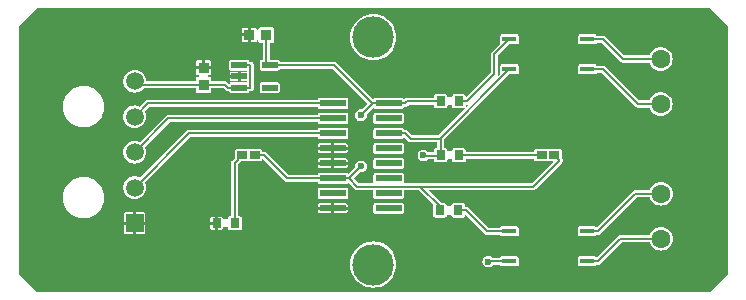
<source format=gbr>
%TF.GenerationSoftware,KiCad,Pcbnew,8.0.1*%
%TF.CreationDate,2024-04-22T12:52:14-04:00*%
%TF.ProjectId,QATCH_MUX_PCB_tester_1x1,51415443-485f-44d5-9558-5f5043425f74,1*%
%TF.SameCoordinates,Original*%
%TF.FileFunction,Copper,L1,Top*%
%TF.FilePolarity,Positive*%
%FSLAX46Y46*%
G04 Gerber Fmt 4.6, Leading zero omitted, Abs format (unit mm)*
G04 Created by KiCad (PCBNEW 8.0.1) date 2024-04-22 12:52:14*
%MOMM*%
%LPD*%
G01*
G04 APERTURE LIST*
%TA.AperFunction,SMDPad,CuDef*%
%ADD10R,1.219200X0.457200*%
%TD*%
%TA.AperFunction,SMDPad,CuDef*%
%ADD11R,0.965200X0.914400*%
%TD*%
%TA.AperFunction,ComponentPad*%
%ADD12R,1.520000X1.520000*%
%TD*%
%TA.AperFunction,ComponentPad*%
%ADD13C,1.520000*%
%TD*%
%TA.AperFunction,SMDPad,CuDef*%
%ADD14R,1.320800X0.508000*%
%TD*%
%TA.AperFunction,ComponentPad*%
%ADD15C,1.600200*%
%TD*%
%TA.AperFunction,SMDPad,CuDef*%
%ADD16R,0.965200X0.762000*%
%TD*%
%TA.AperFunction,SMDPad,CuDef*%
%ADD17R,0.762000X0.812800*%
%TD*%
%TA.AperFunction,SMDPad,CuDef*%
%ADD18R,2.184400X0.558800*%
%TD*%
%TA.AperFunction,SMDPad,CuDef*%
%ADD19R,0.914400X0.965200*%
%TD*%
%TA.AperFunction,ViaPad*%
%ADD20C,3.500000*%
%TD*%
%TA.AperFunction,ViaPad*%
%ADD21C,0.600000*%
%TD*%
%TA.AperFunction,Conductor*%
%ADD22C,0.200000*%
%TD*%
G04 APERTURE END LIST*
D10*
%TO.P,K1,1,1*%
%TO.N,Net-(K1-Pad1)*%
X150030000Y-89930000D03*
%TO.P,K1,2,2*%
%TO.N,Net-(U1-Y1)*%
X150030000Y-92470000D03*
%TO.P,K1,3,3*%
%TO.N,Net-(J2-Pad2)*%
X156634000Y-92470000D03*
%TO.P,K1,4,4*%
%TO.N,Net-(J2-Pad1)*%
X156634000Y-89930000D03*
%TD*%
D11*
%TO.P,C2,1*%
%TO.N,Net-(U1-\u002AG2A)*%
X127999100Y-89560000D03*
%TO.P,C2,2*%
%TO.N,Net-(U1-G1)*%
X129446900Y-89560000D03*
%TD*%
D12*
%TO.P,J1,1,1*%
%TO.N,Net-(U1-\u002AG2A)*%
X118290000Y-105490000D03*
D13*
%TO.P,J1,2,2*%
%TO.N,Net-(U1-C)*%
X118290000Y-102490001D03*
%TO.P,J1,3,3*%
%TO.N,Net-(U1-B)*%
X118290000Y-99490002D03*
%TO.P,J1,4,4*%
%TO.N,Net-(U1-A)*%
X118290000Y-96490003D03*
%TO.P,J1,5,5*%
%TO.N,Net-(U2-EN)*%
X118290000Y-93490004D03*
%TD*%
D14*
%TO.P,U2,1,VIN*%
%TO.N,Net-(U2-EN)*%
X127139200Y-92119999D03*
%TO.P,U2,2,GND*%
%TO.N,Net-(U1-\u002AG2A)*%
X127139200Y-93070000D03*
%TO.P,U2,3,EN*%
%TO.N,Net-(U2-EN)*%
X127139200Y-94020001D03*
%TO.P,U2,4,NC*%
%TO.N,unconnected-(U2-NC-Pad4)*%
X129730000Y-94020001D03*
%TO.P,U2,5,VOUT*%
%TO.N,Net-(U1-G1)*%
X129730000Y-92119999D03*
%TD*%
D15*
%TO.P,J3,1,1*%
%TO.N,Net-(J3-Pad1)*%
X162854000Y-103009997D03*
%TO.P,J3,2,2*%
%TO.N,Net-(J3-Pad2)*%
X162854000Y-106819997D03*
%TD*%
D16*
%TO.P,LED2,1*%
%TO.N,Net-(LED2-Pad1)*%
X127407800Y-99750000D03*
%TO.P,LED2,2*%
%TO.N,Net-(U1-G1)*%
X128500000Y-99750000D03*
%TD*%
D17*
%TO.P,R2,1*%
%TO.N,Net-(U1-G1)*%
X144150600Y-104420000D03*
%TO.P,R2,2*%
%TO.N,Net-(K2-Pad1)*%
X145700000Y-104420000D03*
%TD*%
D18*
%TO.P,U1,1,A*%
%TO.N,Net-(U1-A)*%
X135080000Y-95360000D03*
%TO.P,U1,2,B*%
%TO.N,Net-(U1-B)*%
X135080000Y-96630000D03*
%TO.P,U1,3,C*%
%TO.N,Net-(U1-C)*%
X135080000Y-97900000D03*
%TO.P,U1,4,\u002AG2A*%
%TO.N,Net-(U1-\u002AG2A)*%
X135080000Y-99170000D03*
%TO.P,U1,5,\u002AG2B*%
X135080000Y-100440000D03*
%TO.P,U1,6,G1*%
%TO.N,Net-(U1-G1)*%
X135080000Y-101710000D03*
%TO.P,U1,7,Y7*%
%TO.N,unconnected-(U1-Y7-Pad7)*%
X135080000Y-102980000D03*
%TO.P,U1,8,GND*%
%TO.N,Net-(U1-\u002AG2A)*%
X135080000Y-104250000D03*
%TO.P,U1,9,Y6*%
%TO.N,unconnected-(U1-Y6-Pad9)*%
X139804400Y-104250000D03*
%TO.P,U1,10,Y5*%
%TO.N,unconnected-(U1-Y5-Pad10)*%
X139804400Y-102980000D03*
%TO.P,U1,11,Y4*%
%TO.N,unconnected-(U1-Y4-Pad11)*%
X139804400Y-101710000D03*
%TO.P,U1,12,Y3*%
%TO.N,unconnected-(U1-Y3-Pad12)*%
X139804400Y-100440000D03*
%TO.P,U1,13,Y2*%
%TO.N,unconnected-(U1-Y2-Pad13)*%
X139804400Y-99170000D03*
%TO.P,U1,14,Y1*%
%TO.N,Net-(U1-Y1)*%
X139804400Y-97900000D03*
%TO.P,U1,15,Y0*%
%TO.N,unconnected-(U1-Y0-Pad15)*%
X139804400Y-96630000D03*
%TO.P,U1,16,VCC*%
%TO.N,Net-(U1-G1)*%
X139804400Y-95360000D03*
%TD*%
D15*
%TO.P,J2,1,1*%
%TO.N,Net-(J2-Pad1)*%
X162844000Y-91600000D03*
%TO.P,J2,2,2*%
%TO.N,Net-(J2-Pad2)*%
X162844000Y-95410000D03*
%TD*%
D19*
%TO.P,C1,1*%
%TO.N,Net-(U2-EN)*%
X124130000Y-93790000D03*
%TO.P,C1,2*%
%TO.N,Net-(U1-\u002AG2A)*%
X124130000Y-92342200D03*
%TD*%
D17*
%TO.P,R4,1*%
%TO.N,Net-(U1-\u002AG2A)*%
X125225300Y-105500000D03*
%TO.P,R4,2*%
%TO.N,Net-(LED2-Pad1)*%
X126774700Y-105500000D03*
%TD*%
%TO.P,R3,1*%
%TO.N,Net-(U1-Y1)*%
X144200600Y-99750000D03*
%TO.P,R3,2*%
%TO.N,Net-(LED1-Pad1)*%
X145750000Y-99750000D03*
%TD*%
D10*
%TO.P,K2,1,1*%
%TO.N,Net-(K2-Pad1)*%
X150002000Y-106180000D03*
%TO.P,K2,2,2*%
%TO.N,Net-(U1-Y1)*%
X150002000Y-108720000D03*
%TO.P,K2,3,3*%
%TO.N,Net-(J3-Pad2)*%
X156606000Y-108720000D03*
%TO.P,K2,4,4*%
%TO.N,Net-(J3-Pad1)*%
X156606000Y-106180000D03*
%TD*%
D16*
%TO.P,LED1,1*%
%TO.N,Net-(LED1-Pad1)*%
X152750000Y-99750000D03*
%TO.P,LED1,2*%
%TO.N,Net-(U1-G1)*%
X153842200Y-99750000D03*
%TD*%
D17*
%TO.P,R1,1*%
%TO.N,Net-(U1-G1)*%
X144200000Y-95180000D03*
%TO.P,R1,2*%
%TO.N,Net-(K1-Pad1)*%
X145749400Y-95180000D03*
%TD*%
D20*
%TO.N,*%
X138500000Y-109000000D03*
X138500000Y-89750000D03*
D21*
%TO.N,Net-(U1-G1)*%
X137450000Y-100700000D03*
X137450000Y-96350000D03*
%TO.N,Net-(U1-Y1)*%
X142750000Y-99750000D03*
X148250000Y-108750000D03*
%TD*%
D22*
%TO.N,Net-(U1-\u002AG2A)*%
X118290000Y-105490000D02*
X118290000Y-105440100D01*
X118290000Y-105440100D02*
X118290000Y-105390200D01*
X118290000Y-105340000D02*
X118290000Y-105390200D01*
%TO.N,Net-(U2-EN)*%
X124130000Y-93790000D02*
X125947100Y-93790000D01*
X125947100Y-93790000D02*
X126177100Y-94020000D01*
X118290000Y-93490000D02*
X118590000Y-93790000D01*
X127139200Y-94020000D02*
X126177100Y-94020000D01*
X118590000Y-93790000D02*
X124130000Y-93790000D01*
X127139200Y-94020000D02*
X128101300Y-94020000D01*
X127139200Y-92120000D02*
X128101300Y-92120000D01*
X128101300Y-94020000D02*
X128101300Y-92120000D01*
%TO.N,Net-(U1-G1)*%
X135080000Y-101710000D02*
X131210250Y-101710000D01*
X137162800Y-102398900D02*
X136473900Y-101710000D01*
X129446900Y-91836899D02*
X129730000Y-92119999D01*
X154221600Y-100127678D02*
X154221600Y-100223222D01*
X131210250Y-101710000D02*
X129250250Y-99750000D01*
X137450000Y-96350000D02*
X138410500Y-95389500D01*
X137450000Y-100700000D02*
X136473900Y-101676100D01*
X139804400Y-95360000D02*
X138410500Y-95360000D01*
X138410500Y-95360000D02*
X135170500Y-92120000D01*
X140501400Y-95360000D02*
X141198300Y-95360000D01*
X153843922Y-99750000D02*
X154221600Y-100127678D01*
X141378300Y-95180000D02*
X141198300Y-95360000D01*
X144200000Y-95180000D02*
X141378300Y-95180000D01*
X144250000Y-104320600D02*
X144150600Y-104420000D01*
X140501400Y-95360000D02*
X139804400Y-95360000D01*
X129446900Y-89560000D02*
X129446900Y-91836899D01*
X152045922Y-102398900D02*
X142483600Y-102398900D01*
X142483600Y-102398900D02*
X137162800Y-102398900D01*
X144150600Y-104420000D02*
X144150600Y-104065900D01*
X144150600Y-104065900D02*
X142483600Y-102398900D01*
X154221600Y-100223222D02*
X152045922Y-102398900D01*
X129730000Y-92119999D02*
X135170500Y-92120000D01*
X136473900Y-101676100D02*
X136473900Y-101710000D01*
X135080000Y-101710000D02*
X136473900Y-101710000D01*
X129250250Y-99750000D02*
X128500000Y-99750000D01*
X138410500Y-95389500D02*
X138410500Y-95360000D01*
X153842200Y-99750000D02*
X153843922Y-99750000D01*
%TO.N,Net-(U1-B)*%
X118290000Y-99490000D02*
X121150000Y-96630000D01*
X121150000Y-96630000D02*
X135080000Y-96630000D01*
%TO.N,Net-(U1-A)*%
X118290000Y-96490000D02*
X119420000Y-95360000D01*
X119420000Y-95360000D02*
X135080000Y-95360000D01*
%TO.N,Net-(U1-C)*%
X118290000Y-102490000D02*
X122880000Y-97900000D01*
X122880000Y-97900000D02*
X135080000Y-97900000D01*
%TO.N,Net-(J2-Pad2)*%
X160905300Y-95410000D02*
X162844000Y-95410000D01*
X160905300Y-95410000D02*
X157965300Y-92470000D01*
X157965300Y-92470000D02*
X156634000Y-92470000D01*
%TO.N,Net-(J2-Pad1)*%
X159635300Y-91600000D02*
X162844000Y-91600000D01*
X157965300Y-89930000D02*
X156634000Y-89930000D01*
X159635300Y-91600000D02*
X157965300Y-89930000D01*
%TO.N,Net-(J3-Pad1)*%
X160687300Y-103010000D02*
X157517300Y-106180000D01*
X162854000Y-103010000D02*
X160687300Y-103010000D01*
X156606000Y-106180000D02*
X157517300Y-106180000D01*
%TO.N,Net-(J3-Pad2)*%
X162854000Y-106820000D02*
X159417300Y-106820000D01*
X156606000Y-108720000D02*
X157517300Y-108720000D01*
X159417300Y-106820000D02*
X157517300Y-108720000D01*
%TO.N,Net-(U1-Y1)*%
X143877400Y-98369100D02*
X144130900Y-98369100D01*
X144200600Y-99750000D02*
X144200600Y-98438800D01*
X142780000Y-99780000D02*
X142750000Y-99750000D01*
X148280000Y-108720000D02*
X148250000Y-108750000D01*
X139804400Y-97900000D02*
X141198300Y-97900000D01*
X150002000Y-108720000D02*
X148280000Y-108720000D01*
X141667400Y-98369100D02*
X141198300Y-97900000D01*
X144130900Y-98369100D02*
X150030000Y-92470000D01*
X144200600Y-99780000D02*
X142780000Y-99780000D01*
X143877400Y-98369100D02*
X141667400Y-98369100D01*
X144200600Y-98438800D02*
X144130900Y-98369100D01*
%TO.N,Net-(K1-Pad1)*%
X148750000Y-92862100D02*
X148750000Y-91210000D01*
X145749400Y-95180000D02*
X146432100Y-95180000D01*
X146432100Y-95180000D02*
X148750000Y-92862100D01*
X148750000Y-91210000D02*
X150030000Y-89930000D01*
%TO.N,Net-(K2-Pad1)*%
X145700000Y-104420000D02*
X146382700Y-104420000D01*
X148142700Y-106180000D02*
X146382700Y-104420000D01*
X150002000Y-106180000D02*
X148142700Y-106180000D01*
%TO.N,Net-(LED1-Pad1)*%
X145750000Y-99750000D02*
X152750000Y-99750000D01*
%TO.N,Net-(LED2-Pad1)*%
X126774700Y-105500000D02*
X126774700Y-100381378D01*
X127406078Y-99750000D02*
X127407800Y-99750000D01*
X126710250Y-105410850D02*
X126799400Y-105500000D01*
X126774700Y-100381378D02*
X127406078Y-99750000D01*
%TD*%
%TA.AperFunction,Conductor*%
%TO.N,Net-(U1-\u002AG2A)*%
G36*
X166999715Y-87307529D02*
G01*
X168492471Y-88800285D01*
X168499500Y-88817256D01*
X168499500Y-109782744D01*
X168492471Y-109799715D01*
X166999715Y-111292471D01*
X166982744Y-111299500D01*
X110017256Y-111299500D01*
X110000285Y-111292471D01*
X108507529Y-109799715D01*
X108500500Y-109782744D01*
X108500500Y-109000000D01*
X136544518Y-109000000D01*
X136564421Y-109278290D01*
X136564422Y-109278294D01*
X136623729Y-109550923D01*
X136713902Y-109792686D01*
X136721233Y-109812342D01*
X136854943Y-110057211D01*
X136854945Y-110057215D01*
X136956732Y-110193186D01*
X137022145Y-110280568D01*
X137219432Y-110477855D01*
X137442787Y-110645056D01*
X137605390Y-110733844D01*
X137687657Y-110778766D01*
X137687658Y-110778766D01*
X137687663Y-110778769D01*
X137949077Y-110876271D01*
X138221706Y-110935578D01*
X138500000Y-110955482D01*
X138778294Y-110935578D01*
X139050923Y-110876271D01*
X139312337Y-110778769D01*
X139557213Y-110645056D01*
X139780568Y-110477855D01*
X139977855Y-110280568D01*
X140145056Y-110057213D01*
X140278769Y-109812337D01*
X140376271Y-109550923D01*
X140435578Y-109278294D01*
X140455482Y-109000000D01*
X140437602Y-108750000D01*
X147744353Y-108750000D01*
X147764835Y-108892457D01*
X147824623Y-109023373D01*
X147918872Y-109132143D01*
X148039947Y-109209953D01*
X148178039Y-109250500D01*
X148178040Y-109250500D01*
X148321960Y-109250500D01*
X148321961Y-109250500D01*
X148460053Y-109209953D01*
X148581128Y-109132143D01*
X148670689Y-109028782D01*
X148687115Y-109020561D01*
X148688827Y-109020500D01*
X149186474Y-109020500D01*
X149203445Y-109027529D01*
X149206429Y-109031166D01*
X149247845Y-109093148D01*
X149247848Y-109093152D01*
X149314169Y-109137467D01*
X149372652Y-109149100D01*
X149372656Y-109149100D01*
X150631344Y-109149100D01*
X150631348Y-109149100D01*
X150689831Y-109137467D01*
X150756152Y-109093152D01*
X150800467Y-109026831D01*
X150812099Y-108968352D01*
X155795900Y-108968352D01*
X155807532Y-109026829D01*
X155807532Y-109026830D01*
X155807533Y-109026831D01*
X155851848Y-109093152D01*
X155918169Y-109137467D01*
X155976652Y-109149100D01*
X155976656Y-109149100D01*
X157235344Y-109149100D01*
X157235348Y-109149100D01*
X157293831Y-109137467D01*
X157360152Y-109093152D01*
X157382016Y-109060430D01*
X157401571Y-109031166D01*
X157416844Y-109020961D01*
X157421526Y-109020500D01*
X157556861Y-109020500D01*
X157556862Y-109020500D01*
X157633289Y-109000021D01*
X157701811Y-108960460D01*
X157757760Y-108904511D01*
X159534742Y-107127529D01*
X159551713Y-107120500D01*
X161881733Y-107120500D01*
X161898704Y-107127529D01*
X161904699Y-107137533D01*
X161925093Y-107204762D01*
X161933896Y-107221231D01*
X162018006Y-107378590D01*
X162018010Y-107378594D01*
X162018012Y-107378598D01*
X162143038Y-107530942D01*
X162143041Y-107530945D01*
X162143046Y-107530951D01*
X162143051Y-107530955D01*
X162143054Y-107530958D01*
X162295398Y-107655984D01*
X162295407Y-107655991D01*
X162469234Y-107748903D01*
X162648809Y-107803377D01*
X162657851Y-107806120D01*
X162853995Y-107825438D01*
X162854000Y-107825438D01*
X162854005Y-107825438D01*
X163050148Y-107806120D01*
X163050150Y-107806119D01*
X163050152Y-107806119D01*
X163238766Y-107748903D01*
X163412593Y-107655991D01*
X163564954Y-107530951D01*
X163689994Y-107378590D01*
X163782906Y-107204763D01*
X163840122Y-107016149D01*
X163840122Y-107016147D01*
X163840123Y-107016145D01*
X163859441Y-106820001D01*
X163859441Y-106819992D01*
X163840123Y-106623848D01*
X163826682Y-106579540D01*
X163782906Y-106435231D01*
X163689994Y-106261404D01*
X163564954Y-106109043D01*
X163564948Y-106109038D01*
X163564945Y-106109035D01*
X163412601Y-105984009D01*
X163412597Y-105984007D01*
X163412593Y-105984003D01*
X163238766Y-105891091D01*
X163121769Y-105855600D01*
X163050148Y-105833873D01*
X162854005Y-105814556D01*
X162853995Y-105814556D01*
X162657851Y-105833873D01*
X162548294Y-105867107D01*
X162469234Y-105891091D01*
X162469230Y-105891092D01*
X162469230Y-105891093D01*
X162295409Y-105984002D01*
X162295398Y-105984009D01*
X162143054Y-106109035D01*
X162143038Y-106109051D01*
X162018012Y-106261395D01*
X162018005Y-106261406D01*
X161925093Y-106435231D01*
X161904697Y-106502467D01*
X161893044Y-106516666D01*
X161881731Y-106519500D01*
X159377738Y-106519500D01*
X159301314Y-106539977D01*
X159301312Y-106539977D01*
X159301312Y-106539978D01*
X159232789Y-106579540D01*
X157423019Y-108389308D01*
X157406048Y-108396337D01*
X157389077Y-108389308D01*
X157386093Y-108385671D01*
X157360153Y-108346850D01*
X157360152Y-108346848D01*
X157293831Y-108302533D01*
X157293830Y-108302532D01*
X157293829Y-108302532D01*
X157235352Y-108290900D01*
X157235348Y-108290900D01*
X155976652Y-108290900D01*
X155976647Y-108290900D01*
X155918170Y-108302532D01*
X155851850Y-108346846D01*
X155851846Y-108346850D01*
X155807532Y-108413170D01*
X155795900Y-108471647D01*
X155795900Y-108968352D01*
X150812099Y-108968352D01*
X150812100Y-108968348D01*
X150812100Y-108471652D01*
X150800467Y-108413169D01*
X150756152Y-108346848D01*
X150689831Y-108302533D01*
X150689830Y-108302532D01*
X150689829Y-108302532D01*
X150631352Y-108290900D01*
X150631348Y-108290900D01*
X149372652Y-108290900D01*
X149372647Y-108290900D01*
X149314170Y-108302532D01*
X149247850Y-108346846D01*
X149247845Y-108346851D01*
X149206429Y-108408834D01*
X149191156Y-108419039D01*
X149186474Y-108419500D01*
X148636838Y-108419500D01*
X148619867Y-108412471D01*
X148618700Y-108411217D01*
X148581127Y-108367856D01*
X148460055Y-108290048D01*
X148460050Y-108290046D01*
X148420193Y-108278343D01*
X148321961Y-108249500D01*
X148178039Y-108249500D01*
X148120639Y-108266353D01*
X148039949Y-108290046D01*
X148039944Y-108290048D01*
X147918872Y-108367856D01*
X147824622Y-108476628D01*
X147764836Y-108607540D01*
X147764835Y-108607543D01*
X147744353Y-108750000D01*
X140437602Y-108750000D01*
X140435578Y-108721706D01*
X140376271Y-108449077D01*
X140278769Y-108187663D01*
X140145056Y-107942787D01*
X139977855Y-107719432D01*
X139780568Y-107522145D01*
X139706680Y-107466833D01*
X139557215Y-107354945D01*
X139557211Y-107354943D01*
X139312342Y-107221233D01*
X139268184Y-107204763D01*
X139050923Y-107123729D01*
X138829244Y-107075505D01*
X138778290Y-107064421D01*
X138500000Y-107044518D01*
X138221709Y-107064421D01*
X138085391Y-107094075D01*
X137949077Y-107123729D01*
X137949074Y-107123729D01*
X137949074Y-107123730D01*
X137687657Y-107221233D01*
X137442788Y-107354943D01*
X137442784Y-107354945D01*
X137219434Y-107522143D01*
X137022143Y-107719434D01*
X136854945Y-107942784D01*
X136854943Y-107942788D01*
X136721233Y-108187657D01*
X136623730Y-108449074D01*
X136623729Y-108449077D01*
X136617736Y-108476627D01*
X136564421Y-108721709D01*
X136544518Y-109000000D01*
X108500500Y-109000000D01*
X108500500Y-105364999D01*
X117380000Y-105364999D01*
X117380001Y-105365000D01*
X117795502Y-105365000D01*
X117780000Y-105422857D01*
X117780000Y-105557143D01*
X117795502Y-105615000D01*
X117380002Y-105615000D01*
X117380001Y-105615001D01*
X117380001Y-106264773D01*
X117388702Y-106308526D01*
X117388703Y-106308528D01*
X117421854Y-106358141D01*
X117421858Y-106358145D01*
X117471472Y-106391297D01*
X117515224Y-106399999D01*
X118164998Y-106399999D01*
X118165000Y-106399998D01*
X118165000Y-105984497D01*
X118222857Y-106000000D01*
X118357143Y-106000000D01*
X118415000Y-105984497D01*
X118415000Y-106399998D01*
X118415001Y-106399999D01*
X119064773Y-106399999D01*
X119108526Y-106391297D01*
X119108528Y-106391296D01*
X119158141Y-106358145D01*
X119158145Y-106358141D01*
X119191297Y-106308527D01*
X119199999Y-106264779D01*
X119200000Y-106264771D01*
X119200000Y-105921173D01*
X124694301Y-105921173D01*
X124703002Y-105964926D01*
X124703003Y-105964928D01*
X124736154Y-106014541D01*
X124736158Y-106014545D01*
X124785772Y-106047697D01*
X124829524Y-106056399D01*
X125100298Y-106056399D01*
X125100300Y-106056398D01*
X125350300Y-106056398D01*
X125350301Y-106056399D01*
X125621073Y-106056399D01*
X125664826Y-106047697D01*
X125664828Y-106047696D01*
X125714441Y-106014545D01*
X125714445Y-106014541D01*
X125747597Y-105964927D01*
X125756299Y-105921179D01*
X125756300Y-105921171D01*
X125756300Y-105879600D01*
X125763329Y-105862629D01*
X125780300Y-105855600D01*
X126169200Y-105855600D01*
X126186171Y-105862629D01*
X126193200Y-105879600D01*
X126193200Y-105926152D01*
X126204832Y-105984629D01*
X126204832Y-105984630D01*
X126204833Y-105984631D01*
X126249148Y-106050952D01*
X126315469Y-106095267D01*
X126373952Y-106106900D01*
X126373956Y-106106900D01*
X127175444Y-106106900D01*
X127175448Y-106106900D01*
X127233931Y-106095267D01*
X127300252Y-106050952D01*
X127344567Y-105984631D01*
X127356200Y-105926148D01*
X127356200Y-105073852D01*
X127344567Y-105015369D01*
X127300252Y-104949048D01*
X127233931Y-104904733D01*
X127233930Y-104904732D01*
X127233929Y-104904732D01*
X127175452Y-104893100D01*
X127175448Y-104893100D01*
X127099200Y-104893100D01*
X127082229Y-104886071D01*
X127075200Y-104869100D01*
X127075200Y-104544173D01*
X133837801Y-104544173D01*
X133846502Y-104587926D01*
X133846503Y-104587928D01*
X133879654Y-104637541D01*
X133879658Y-104637545D01*
X133929272Y-104670697D01*
X133973024Y-104679399D01*
X134954998Y-104679399D01*
X134955000Y-104679398D01*
X135205000Y-104679398D01*
X135205001Y-104679399D01*
X136186973Y-104679399D01*
X136230726Y-104670697D01*
X136230728Y-104670696D01*
X136280341Y-104637545D01*
X136280345Y-104637541D01*
X136313497Y-104587927D01*
X136321210Y-104549152D01*
X138511700Y-104549152D01*
X138523332Y-104607629D01*
X138523332Y-104607630D01*
X138523333Y-104607631D01*
X138567648Y-104673952D01*
X138633969Y-104718267D01*
X138692452Y-104729900D01*
X138692456Y-104729900D01*
X140916344Y-104729900D01*
X140916348Y-104729900D01*
X140974831Y-104718267D01*
X141041152Y-104673952D01*
X141085467Y-104607631D01*
X141097100Y-104549148D01*
X141097100Y-103950852D01*
X141085467Y-103892369D01*
X141041152Y-103826048D01*
X140974831Y-103781733D01*
X140974830Y-103781732D01*
X140974829Y-103781732D01*
X140916352Y-103770100D01*
X140916348Y-103770100D01*
X138692452Y-103770100D01*
X138692447Y-103770100D01*
X138633970Y-103781732D01*
X138567650Y-103826046D01*
X138567646Y-103826050D01*
X138523332Y-103892370D01*
X138511700Y-103950847D01*
X138511700Y-104549152D01*
X136321210Y-104549152D01*
X136322199Y-104544179D01*
X136322200Y-104544171D01*
X136322200Y-104375001D01*
X136322199Y-104375000D01*
X135205001Y-104375000D01*
X135205000Y-104375001D01*
X135205000Y-104679398D01*
X134955000Y-104679398D01*
X134955000Y-104375001D01*
X134954999Y-104375000D01*
X133837802Y-104375000D01*
X133837801Y-104375001D01*
X133837801Y-104544173D01*
X127075200Y-104544173D01*
X127075200Y-104124999D01*
X133837800Y-104124999D01*
X133837801Y-104125000D01*
X134954999Y-104125000D01*
X134955000Y-104124999D01*
X135205000Y-104124999D01*
X135205001Y-104125000D01*
X136322198Y-104125000D01*
X136322199Y-104124999D01*
X136322199Y-103955826D01*
X136313497Y-103912073D01*
X136313496Y-103912071D01*
X136280345Y-103862458D01*
X136280341Y-103862454D01*
X136230727Y-103829302D01*
X136186979Y-103820600D01*
X135205001Y-103820600D01*
X135205000Y-103820601D01*
X135205000Y-104124999D01*
X134955000Y-104124999D01*
X134955000Y-103820601D01*
X134954999Y-103820600D01*
X133973026Y-103820600D01*
X133929273Y-103829302D01*
X133929271Y-103829303D01*
X133879658Y-103862454D01*
X133879654Y-103862458D01*
X133846502Y-103912072D01*
X133837800Y-103955820D01*
X133837800Y-104124999D01*
X127075200Y-104124999D01*
X127075200Y-103279152D01*
X133787300Y-103279152D01*
X133798932Y-103337629D01*
X133798932Y-103337630D01*
X133798933Y-103337631D01*
X133843248Y-103403952D01*
X133909569Y-103448267D01*
X133968052Y-103459900D01*
X133968056Y-103459900D01*
X136191944Y-103459900D01*
X136191948Y-103459900D01*
X136250431Y-103448267D01*
X136316752Y-103403952D01*
X136361067Y-103337631D01*
X136372700Y-103279148D01*
X136372700Y-102680852D01*
X136361067Y-102622369D01*
X136316752Y-102556048D01*
X136250431Y-102511733D01*
X136250430Y-102511732D01*
X136250429Y-102511732D01*
X136191952Y-102500100D01*
X136191948Y-102500100D01*
X133968052Y-102500100D01*
X133968047Y-102500100D01*
X133909570Y-102511732D01*
X133843250Y-102556046D01*
X133843246Y-102556050D01*
X133798932Y-102622370D01*
X133787300Y-102680847D01*
X133787300Y-103279152D01*
X127075200Y-103279152D01*
X127075200Y-100515791D01*
X127082229Y-100498820D01*
X127315520Y-100265529D01*
X127332491Y-100258500D01*
X127902954Y-100258500D01*
X127902958Y-100258500D01*
X127940148Y-100251102D01*
X127940567Y-100250821D01*
X127941061Y-100250723D01*
X127942327Y-100250199D01*
X127942431Y-100250450D01*
X127958582Y-100247238D01*
X127967231Y-100250820D01*
X127967652Y-100251102D01*
X128004842Y-100258500D01*
X128004846Y-100258500D01*
X128995154Y-100258500D01*
X128995158Y-100258500D01*
X129032348Y-100251102D01*
X129074522Y-100222922D01*
X129102702Y-100180748D01*
X129110100Y-100143558D01*
X129110100Y-100092762D01*
X129117129Y-100075791D01*
X129134100Y-100068762D01*
X129151069Y-100075790D01*
X131025739Y-101950460D01*
X131094262Y-101990022D01*
X131170688Y-102010500D01*
X131249812Y-102010500D01*
X133767872Y-102010500D01*
X133784843Y-102017529D01*
X133791411Y-102029818D01*
X133798932Y-102067629D01*
X133798932Y-102067630D01*
X133798933Y-102067631D01*
X133843248Y-102133952D01*
X133909569Y-102178267D01*
X133968052Y-102189900D01*
X133968056Y-102189900D01*
X136191944Y-102189900D01*
X136191948Y-102189900D01*
X136250431Y-102178267D01*
X136316752Y-102133952D01*
X136356544Y-102074400D01*
X136362381Y-102065665D01*
X136363129Y-102066165D01*
X136373628Y-102055661D01*
X136391997Y-102055656D01*
X136399790Y-102060861D01*
X136978289Y-102639360D01*
X137046812Y-102678922D01*
X137123238Y-102699400D01*
X138487700Y-102699400D01*
X138504671Y-102706429D01*
X138511700Y-102723400D01*
X138511700Y-103279152D01*
X138523332Y-103337629D01*
X138523332Y-103337630D01*
X138523333Y-103337631D01*
X138567648Y-103403952D01*
X138633969Y-103448267D01*
X138692452Y-103459900D01*
X138692456Y-103459900D01*
X140916344Y-103459900D01*
X140916348Y-103459900D01*
X140974831Y-103448267D01*
X141041152Y-103403952D01*
X141085467Y-103337631D01*
X141097100Y-103279148D01*
X141097100Y-102723400D01*
X141104129Y-102706429D01*
X141121100Y-102699400D01*
X142349187Y-102699400D01*
X142366158Y-102706429D01*
X143574045Y-103914316D01*
X143581074Y-103931287D01*
X143580613Y-103935969D01*
X143569100Y-103993847D01*
X143569100Y-104846152D01*
X143580732Y-104904629D01*
X143580732Y-104904630D01*
X143580733Y-104904631D01*
X143625048Y-104970952D01*
X143691369Y-105015267D01*
X143749852Y-105026900D01*
X143749856Y-105026900D01*
X144551344Y-105026900D01*
X144551348Y-105026900D01*
X144609831Y-105015267D01*
X144676152Y-104970952D01*
X144720467Y-104904631D01*
X144732100Y-104846148D01*
X144732100Y-104799600D01*
X144739129Y-104782629D01*
X144756100Y-104775600D01*
X145094500Y-104775600D01*
X145111471Y-104782629D01*
X145118500Y-104799600D01*
X145118500Y-104846152D01*
X145130132Y-104904629D01*
X145130132Y-104904630D01*
X145130133Y-104904631D01*
X145174448Y-104970952D01*
X145240769Y-105015267D01*
X145299252Y-105026900D01*
X145299256Y-105026900D01*
X146100744Y-105026900D01*
X146100748Y-105026900D01*
X146159231Y-105015267D01*
X146225552Y-104970952D01*
X146269867Y-104904631D01*
X146281500Y-104846148D01*
X146281500Y-104801713D01*
X146288529Y-104784742D01*
X146305500Y-104777713D01*
X146322471Y-104784742D01*
X147902240Y-106364511D01*
X147902239Y-106364511D01*
X147937727Y-106399998D01*
X147958189Y-106420460D01*
X148026711Y-106460021D01*
X148103138Y-106480500D01*
X149186474Y-106480500D01*
X149203445Y-106487529D01*
X149206429Y-106491166D01*
X149239045Y-106539978D01*
X149247848Y-106553152D01*
X149314169Y-106597467D01*
X149372652Y-106609100D01*
X149372656Y-106609100D01*
X150631344Y-106609100D01*
X150631348Y-106609100D01*
X150689831Y-106597467D01*
X150756152Y-106553152D01*
X150800467Y-106486831D01*
X150812099Y-106428352D01*
X155795900Y-106428352D01*
X155807532Y-106486829D01*
X155807532Y-106486830D01*
X155807533Y-106486831D01*
X155851848Y-106553152D01*
X155918169Y-106597467D01*
X155976652Y-106609100D01*
X155976656Y-106609100D01*
X157235344Y-106609100D01*
X157235348Y-106609100D01*
X157293831Y-106597467D01*
X157360152Y-106553152D01*
X157384532Y-106516666D01*
X157401571Y-106491166D01*
X157416844Y-106480961D01*
X157421526Y-106480500D01*
X157556861Y-106480500D01*
X157556862Y-106480500D01*
X157633289Y-106460021D01*
X157701811Y-106420460D01*
X157757760Y-106364511D01*
X160804742Y-103317529D01*
X160821713Y-103310500D01*
X161881733Y-103310500D01*
X161898704Y-103317529D01*
X161904699Y-103327533D01*
X161925093Y-103394762D01*
X161957370Y-103455148D01*
X162018006Y-103568590D01*
X162018010Y-103568594D01*
X162018012Y-103568598D01*
X162143038Y-103720942D01*
X162143041Y-103720945D01*
X162143046Y-103720951D01*
X162143051Y-103720955D01*
X162143054Y-103720958D01*
X162295398Y-103845984D01*
X162295407Y-103845991D01*
X162469234Y-103938903D01*
X162648809Y-103993377D01*
X162657851Y-103996120D01*
X162853995Y-104015438D01*
X162854000Y-104015438D01*
X162854005Y-104015438D01*
X163050148Y-103996120D01*
X163050150Y-103996119D01*
X163050152Y-103996119D01*
X163238766Y-103938903D01*
X163412593Y-103845991D01*
X163564954Y-103720951D01*
X163689994Y-103568590D01*
X163782906Y-103394763D01*
X163840122Y-103206149D01*
X163840122Y-103206147D01*
X163840123Y-103206145D01*
X163859441Y-103010001D01*
X163859441Y-103009992D01*
X163840123Y-102813848D01*
X163828672Y-102776101D01*
X163782906Y-102625231D01*
X163689994Y-102451404D01*
X163619391Y-102365374D01*
X163564961Y-102299051D01*
X163564958Y-102299048D01*
X163564954Y-102299043D01*
X163564948Y-102299038D01*
X163564945Y-102299035D01*
X163412601Y-102174009D01*
X163412597Y-102174007D01*
X163412593Y-102174003D01*
X163238766Y-102081091D01*
X163118532Y-102044618D01*
X163050148Y-102023873D01*
X162854005Y-102004556D01*
X162853995Y-102004556D01*
X162657851Y-102023873D01*
X162548294Y-102057107D01*
X162469234Y-102081091D01*
X162469230Y-102081092D01*
X162469230Y-102081093D01*
X162295409Y-102174002D01*
X162295398Y-102174009D01*
X162143054Y-102299035D01*
X162143038Y-102299051D01*
X162018012Y-102451395D01*
X162018005Y-102451406D01*
X161925093Y-102625231D01*
X161904697Y-102692467D01*
X161893044Y-102706666D01*
X161881731Y-102709500D01*
X160647738Y-102709500D01*
X160627260Y-102714987D01*
X160571312Y-102729978D01*
X160502789Y-102769540D01*
X157423019Y-105849308D01*
X157406048Y-105856337D01*
X157389077Y-105849308D01*
X157386093Y-105845671D01*
X157360153Y-105806850D01*
X157360152Y-105806848D01*
X157293831Y-105762533D01*
X157293830Y-105762532D01*
X157293829Y-105762532D01*
X157235352Y-105750900D01*
X157235348Y-105750900D01*
X155976652Y-105750900D01*
X155976647Y-105750900D01*
X155918170Y-105762532D01*
X155851850Y-105806846D01*
X155851846Y-105806850D01*
X155807532Y-105873170D01*
X155795900Y-105931647D01*
X155795900Y-106428352D01*
X150812099Y-106428352D01*
X150812100Y-106428348D01*
X150812100Y-105931652D01*
X150800467Y-105873169D01*
X150756152Y-105806848D01*
X150689831Y-105762533D01*
X150689830Y-105762532D01*
X150689829Y-105762532D01*
X150631352Y-105750900D01*
X150631348Y-105750900D01*
X149372652Y-105750900D01*
X149372647Y-105750900D01*
X149314170Y-105762532D01*
X149247850Y-105806846D01*
X149247845Y-105806851D01*
X149206429Y-105868834D01*
X149191156Y-105879039D01*
X149186474Y-105879500D01*
X148277113Y-105879500D01*
X148260142Y-105872471D01*
X147414570Y-105026899D01*
X146567211Y-104179540D01*
X146498689Y-104139979D01*
X146498688Y-104139978D01*
X146498687Y-104139978D01*
X146442784Y-104124999D01*
X146422262Y-104119500D01*
X146422261Y-104119500D01*
X146305500Y-104119500D01*
X146288529Y-104112471D01*
X146281500Y-104095500D01*
X146281500Y-103993855D01*
X146281499Y-103993847D01*
X146269867Y-103935370D01*
X146269867Y-103935369D01*
X146225552Y-103869048D01*
X146159231Y-103824733D01*
X146159230Y-103824732D01*
X146159229Y-103824732D01*
X146100752Y-103813100D01*
X146100748Y-103813100D01*
X145299252Y-103813100D01*
X145299247Y-103813100D01*
X145240770Y-103824732D01*
X145174450Y-103869046D01*
X145174446Y-103869050D01*
X145130132Y-103935370D01*
X145118500Y-103993847D01*
X145118500Y-104040400D01*
X145111471Y-104057371D01*
X145094500Y-104064400D01*
X144756100Y-104064400D01*
X144739129Y-104057371D01*
X144732100Y-104040400D01*
X144732100Y-103993855D01*
X144732099Y-103993847D01*
X144720467Y-103935370D01*
X144720467Y-103935369D01*
X144676152Y-103869048D01*
X144609831Y-103824733D01*
X144609830Y-103824732D01*
X144609829Y-103824732D01*
X144551352Y-103813100D01*
X144551348Y-103813100D01*
X144332713Y-103813100D01*
X144315742Y-103806071D01*
X143250042Y-102740371D01*
X143243013Y-102723400D01*
X143250042Y-102706429D01*
X143267013Y-102699400D01*
X152085483Y-102699400D01*
X152085484Y-102699400D01*
X152161911Y-102678921D01*
X152230433Y-102639360D01*
X152286382Y-102583411D01*
X154462060Y-100407733D01*
X154491408Y-100356900D01*
X154501621Y-100339211D01*
X154522100Y-100262784D01*
X154522100Y-100088116D01*
X154501621Y-100011689D01*
X154462060Y-99943167D01*
X154462059Y-99943166D01*
X154462058Y-99943164D01*
X154459327Y-99940433D01*
X154452300Y-99923465D01*
X154452300Y-99356445D01*
X154452299Y-99356437D01*
X154444902Y-99319252D01*
X154416722Y-99277078D01*
X154374548Y-99248898D01*
X154374547Y-99248897D01*
X154374546Y-99248897D01*
X154337362Y-99241500D01*
X154337358Y-99241500D01*
X153347042Y-99241500D01*
X153347037Y-99241500D01*
X153309851Y-99248897D01*
X153309848Y-99248899D01*
X153309428Y-99249180D01*
X153308933Y-99249278D01*
X153307669Y-99249802D01*
X153307564Y-99249550D01*
X153291411Y-99252759D01*
X153282772Y-99249180D01*
X153282351Y-99248899D01*
X153282348Y-99248897D01*
X153245162Y-99241500D01*
X153245158Y-99241500D01*
X152254842Y-99241500D01*
X152254837Y-99241500D01*
X152217653Y-99248897D01*
X152175480Y-99277076D01*
X152175476Y-99277080D01*
X152147297Y-99319253D01*
X152139900Y-99356437D01*
X152139900Y-99425500D01*
X152132871Y-99442471D01*
X152115900Y-99449500D01*
X146355500Y-99449500D01*
X146338529Y-99442471D01*
X146331500Y-99425500D01*
X146331500Y-99323855D01*
X146331499Y-99323847D01*
X146324776Y-99290047D01*
X146319867Y-99265369D01*
X146275552Y-99199048D01*
X146209231Y-99154733D01*
X146209230Y-99154732D01*
X146209229Y-99154732D01*
X146150752Y-99143100D01*
X146150748Y-99143100D01*
X145349252Y-99143100D01*
X145349247Y-99143100D01*
X145290770Y-99154732D01*
X145224450Y-99199046D01*
X145224446Y-99199050D01*
X145180132Y-99265370D01*
X145168500Y-99323847D01*
X145168500Y-99370400D01*
X145161471Y-99387371D01*
X145144500Y-99394400D01*
X144806100Y-99394400D01*
X144789129Y-99387371D01*
X144782100Y-99370400D01*
X144782100Y-99323855D01*
X144782099Y-99323847D01*
X144775376Y-99290047D01*
X144770467Y-99265369D01*
X144726152Y-99199048D01*
X144659831Y-99154733D01*
X144659830Y-99154732D01*
X144659829Y-99154732D01*
X144601352Y-99143100D01*
X144601348Y-99143100D01*
X144525100Y-99143100D01*
X144508129Y-99136071D01*
X144501100Y-99119100D01*
X144501100Y-98433813D01*
X144508129Y-98416842D01*
X150018842Y-92906129D01*
X150035813Y-92899100D01*
X150659344Y-92899100D01*
X150659348Y-92899100D01*
X150717831Y-92887467D01*
X150784152Y-92843152D01*
X150828467Y-92776831D01*
X150840099Y-92718352D01*
X155823900Y-92718352D01*
X155835532Y-92776829D01*
X155835532Y-92776830D01*
X155835533Y-92776831D01*
X155879848Y-92843152D01*
X155946169Y-92887467D01*
X156004652Y-92899100D01*
X156004656Y-92899100D01*
X157263344Y-92899100D01*
X157263348Y-92899100D01*
X157321831Y-92887467D01*
X157388152Y-92843152D01*
X157416708Y-92800416D01*
X157429571Y-92781166D01*
X157444844Y-92770961D01*
X157449526Y-92770500D01*
X157830887Y-92770500D01*
X157847858Y-92777529D01*
X160664840Y-95594511D01*
X160664839Y-95594511D01*
X160694173Y-95623844D01*
X160720789Y-95650460D01*
X160789311Y-95690021D01*
X160865738Y-95710500D01*
X160944862Y-95710500D01*
X161871732Y-95710500D01*
X161888703Y-95717529D01*
X161894698Y-95727533D01*
X161915093Y-95794765D01*
X161940593Y-95842471D01*
X162008006Y-95968593D01*
X162008010Y-95968597D01*
X162008012Y-95968601D01*
X162133038Y-96120945D01*
X162133041Y-96120948D01*
X162133046Y-96120954D01*
X162133051Y-96120958D01*
X162133054Y-96120961D01*
X162285398Y-96245987D01*
X162285407Y-96245994D01*
X162459234Y-96338906D01*
X162638809Y-96393380D01*
X162647851Y-96396123D01*
X162843995Y-96415441D01*
X162844000Y-96415441D01*
X162844005Y-96415441D01*
X163040148Y-96396123D01*
X163040150Y-96396122D01*
X163040152Y-96396122D01*
X163228766Y-96338906D01*
X163402593Y-96245994D01*
X163554954Y-96120954D01*
X163679994Y-95968593D01*
X163772906Y-95794766D01*
X163830122Y-95606152D01*
X163830122Y-95606150D01*
X163830123Y-95606148D01*
X163849441Y-95410004D01*
X163849441Y-95409995D01*
X163830123Y-95213851D01*
X163827380Y-95204809D01*
X163772906Y-95025234D01*
X163679994Y-94851407D01*
X163656096Y-94822287D01*
X163554961Y-94699054D01*
X163554958Y-94699051D01*
X163554954Y-94699046D01*
X163554948Y-94699041D01*
X163554945Y-94699038D01*
X163402601Y-94574012D01*
X163402597Y-94574010D01*
X163402593Y-94574006D01*
X163228766Y-94481094D01*
X163119212Y-94447861D01*
X163040148Y-94423876D01*
X162844005Y-94404559D01*
X162843995Y-94404559D01*
X162647851Y-94423876D01*
X162544756Y-94455151D01*
X162459234Y-94481094D01*
X162459230Y-94481095D01*
X162459230Y-94481096D01*
X162285409Y-94574005D01*
X162285398Y-94574012D01*
X162133054Y-94699038D01*
X162133038Y-94699054D01*
X162008012Y-94851398D01*
X162008005Y-94851409D01*
X161915093Y-95025234D01*
X161894698Y-95092467D01*
X161883045Y-95106666D01*
X161871732Y-95109500D01*
X161039713Y-95109500D01*
X161022742Y-95102471D01*
X159595769Y-93675498D01*
X158149811Y-92229540D01*
X158081289Y-92189979D01*
X158081288Y-92189978D01*
X158081287Y-92189978D01*
X158032835Y-92176995D01*
X158004862Y-92169500D01*
X158004861Y-92169500D01*
X157449526Y-92169500D01*
X157432555Y-92162471D01*
X157429571Y-92158834D01*
X157388154Y-92096851D01*
X157388153Y-92096850D01*
X157388152Y-92096848D01*
X157321831Y-92052533D01*
X157321830Y-92052532D01*
X157321829Y-92052532D01*
X157263352Y-92040900D01*
X157263348Y-92040900D01*
X156004652Y-92040900D01*
X156004647Y-92040900D01*
X155946170Y-92052532D01*
X155879850Y-92096846D01*
X155879846Y-92096850D01*
X155835532Y-92163170D01*
X155823900Y-92221647D01*
X155823900Y-92718352D01*
X150840099Y-92718352D01*
X150840100Y-92718348D01*
X150840100Y-92221652D01*
X150828467Y-92163169D01*
X150784152Y-92096848D01*
X150717831Y-92052533D01*
X150717830Y-92052532D01*
X150717829Y-92052532D01*
X150659352Y-92040900D01*
X150659348Y-92040900D01*
X149400652Y-92040900D01*
X149400647Y-92040900D01*
X149342170Y-92052532D01*
X149275850Y-92096846D01*
X149275846Y-92096850D01*
X149231532Y-92163170D01*
X149219900Y-92221647D01*
X149219900Y-92718352D01*
X149230365Y-92770961D01*
X149231533Y-92776831D01*
X149234430Y-92781166D01*
X149247292Y-92800416D01*
X149250875Y-92818432D01*
X149244307Y-92830720D01*
X149067516Y-93007511D01*
X149050545Y-93014540D01*
X149033574Y-93007511D01*
X149026545Y-92990540D01*
X149029486Y-92979569D01*
X149029420Y-92979542D01*
X149029629Y-92979037D01*
X149029763Y-92978535D01*
X149030022Y-92978088D01*
X149050500Y-92901662D01*
X149050500Y-92822538D01*
X149050500Y-91344413D01*
X149057529Y-91327442D01*
X150018842Y-90366129D01*
X150035813Y-90359100D01*
X150659344Y-90359100D01*
X150659348Y-90359100D01*
X150717831Y-90347467D01*
X150784152Y-90303152D01*
X150828467Y-90236831D01*
X150840099Y-90178352D01*
X155823900Y-90178352D01*
X155835532Y-90236829D01*
X155835532Y-90236830D01*
X155835533Y-90236831D01*
X155879848Y-90303152D01*
X155946169Y-90347467D01*
X156004652Y-90359100D01*
X156004656Y-90359100D01*
X157263344Y-90359100D01*
X157263348Y-90359100D01*
X157321831Y-90347467D01*
X157388152Y-90303152D01*
X157429214Y-90241700D01*
X157429571Y-90241166D01*
X157444844Y-90230961D01*
X157449526Y-90230500D01*
X157830887Y-90230500D01*
X157847858Y-90237529D01*
X159450789Y-91840460D01*
X159519312Y-91880022D01*
X159595738Y-91900500D01*
X159674862Y-91900500D01*
X161871732Y-91900500D01*
X161888703Y-91907529D01*
X161894698Y-91917533D01*
X161915093Y-91984765D01*
X161925381Y-92004012D01*
X162008006Y-92158593D01*
X162008010Y-92158597D01*
X162008012Y-92158601D01*
X162133038Y-92310945D01*
X162133041Y-92310948D01*
X162133046Y-92310954D01*
X162133051Y-92310958D01*
X162133054Y-92310961D01*
X162266526Y-92420499D01*
X162285407Y-92435994D01*
X162459234Y-92528906D01*
X162632704Y-92581528D01*
X162647851Y-92586123D01*
X162843995Y-92605441D01*
X162844000Y-92605441D01*
X162844005Y-92605441D01*
X163040148Y-92586123D01*
X163040150Y-92586122D01*
X163040152Y-92586122D01*
X163228766Y-92528906D01*
X163402593Y-92435994D01*
X163554954Y-92310954D01*
X163679994Y-92158593D01*
X163772906Y-91984766D01*
X163830122Y-91796152D01*
X163830122Y-91796150D01*
X163830123Y-91796148D01*
X163849441Y-91600004D01*
X163849441Y-91599995D01*
X163830123Y-91403851D01*
X163812092Y-91344413D01*
X163772906Y-91215234D01*
X163679994Y-91041407D01*
X163671099Y-91030568D01*
X163554961Y-90889054D01*
X163554958Y-90889051D01*
X163554954Y-90889046D01*
X163554948Y-90889041D01*
X163554945Y-90889038D01*
X163402601Y-90764012D01*
X163402597Y-90764010D01*
X163402593Y-90764006D01*
X163228766Y-90671094D01*
X163119212Y-90637861D01*
X163040148Y-90613876D01*
X162844005Y-90594559D01*
X162843995Y-90594559D01*
X162647851Y-90613876D01*
X162538294Y-90647110D01*
X162459234Y-90671094D01*
X162459230Y-90671095D01*
X162459230Y-90671096D01*
X162285409Y-90764005D01*
X162285398Y-90764012D01*
X162133054Y-90889038D01*
X162133038Y-90889054D01*
X162008012Y-91041398D01*
X162008005Y-91041409D01*
X161915093Y-91215234D01*
X161894698Y-91282467D01*
X161883045Y-91296666D01*
X161871732Y-91299500D01*
X159769713Y-91299500D01*
X159752742Y-91292471D01*
X159022608Y-90562337D01*
X158149811Y-89689540D01*
X158081289Y-89649979D01*
X158081288Y-89649978D01*
X158081287Y-89649978D01*
X158032835Y-89636995D01*
X158004862Y-89629500D01*
X158004861Y-89629500D01*
X157449526Y-89629500D01*
X157432555Y-89622471D01*
X157429571Y-89618834D01*
X157388154Y-89556851D01*
X157388153Y-89556850D01*
X157388152Y-89556848D01*
X157321831Y-89512533D01*
X157321830Y-89512532D01*
X157321829Y-89512532D01*
X157263352Y-89500900D01*
X157263348Y-89500900D01*
X156004652Y-89500900D01*
X156004647Y-89500900D01*
X155946170Y-89512532D01*
X155879850Y-89556846D01*
X155879846Y-89556850D01*
X155835532Y-89623170D01*
X155823900Y-89681647D01*
X155823900Y-90178352D01*
X150840099Y-90178352D01*
X150840100Y-90178348D01*
X150840100Y-89681652D01*
X150828467Y-89623169D01*
X150784152Y-89556848D01*
X150717831Y-89512533D01*
X150717830Y-89512532D01*
X150717829Y-89512532D01*
X150659352Y-89500900D01*
X150659348Y-89500900D01*
X149400652Y-89500900D01*
X149400647Y-89500900D01*
X149342170Y-89512532D01*
X149275850Y-89556846D01*
X149275846Y-89556850D01*
X149231532Y-89623170D01*
X149219900Y-89681647D01*
X149219900Y-90178352D01*
X149230365Y-90230961D01*
X149231533Y-90236831D01*
X149245389Y-90257568D01*
X149247292Y-90260416D01*
X149250875Y-90278432D01*
X149244307Y-90290720D01*
X148565489Y-90969540D01*
X148565488Y-90969539D01*
X148509541Y-91025487D01*
X148469978Y-91094012D01*
X148449500Y-91170439D01*
X148449500Y-92727687D01*
X148442471Y-92744658D01*
X146371871Y-94815258D01*
X146354900Y-94822287D01*
X146337929Y-94815258D01*
X146330900Y-94798287D01*
X146330900Y-94753855D01*
X146330899Y-94753847D01*
X146319267Y-94695370D01*
X146319267Y-94695369D01*
X146274952Y-94629048D01*
X146208631Y-94584733D01*
X146208630Y-94584732D01*
X146208629Y-94584732D01*
X146150152Y-94573100D01*
X146150148Y-94573100D01*
X145348652Y-94573100D01*
X145348647Y-94573100D01*
X145290170Y-94584732D01*
X145223850Y-94629046D01*
X145223846Y-94629050D01*
X145179532Y-94695370D01*
X145167900Y-94753847D01*
X145167900Y-94800400D01*
X145160871Y-94817371D01*
X145143900Y-94824400D01*
X144805500Y-94824400D01*
X144788529Y-94817371D01*
X144781500Y-94800400D01*
X144781500Y-94753855D01*
X144781499Y-94753847D01*
X144769867Y-94695370D01*
X144769867Y-94695369D01*
X144725552Y-94629048D01*
X144659231Y-94584733D01*
X144659230Y-94584732D01*
X144659229Y-94584732D01*
X144600752Y-94573100D01*
X144600748Y-94573100D01*
X143799252Y-94573100D01*
X143799247Y-94573100D01*
X143740770Y-94584732D01*
X143674450Y-94629046D01*
X143674446Y-94629050D01*
X143630132Y-94695370D01*
X143618500Y-94753847D01*
X143618500Y-94855500D01*
X143611471Y-94872471D01*
X143594500Y-94879500D01*
X141338738Y-94879500D01*
X141318260Y-94884987D01*
X141262312Y-94899978D01*
X141243751Y-94910694D01*
X141199837Y-94936048D01*
X141197582Y-94937349D01*
X141193790Y-94939538D01*
X141193787Y-94939541D01*
X141124189Y-95009138D01*
X141107219Y-95016167D01*
X141090248Y-95009137D01*
X141086959Y-95004215D01*
X141086781Y-95004335D01*
X141041153Y-94936050D01*
X141041152Y-94936048D01*
X140974831Y-94891733D01*
X140974830Y-94891732D01*
X140974829Y-94891732D01*
X140916352Y-94880100D01*
X140916348Y-94880100D01*
X138692452Y-94880100D01*
X138692447Y-94880100D01*
X138633970Y-94891732D01*
X138567650Y-94936046D01*
X138567646Y-94936050D01*
X138544782Y-94970268D01*
X138523333Y-95002369D01*
X138523332Y-95002370D01*
X138522020Y-95004335D01*
X138521273Y-95003836D01*
X138510755Y-95014345D01*
X138492387Y-95014337D01*
X138484610Y-95009139D01*
X136940768Y-93465297D01*
X135355011Y-91879540D01*
X135297352Y-91846251D01*
X135297352Y-91846250D01*
X135297350Y-91846250D01*
X135286489Y-91839978D01*
X135210058Y-91819499D01*
X130605274Y-91819499D01*
X130588303Y-91812470D01*
X130581735Y-91800179D01*
X130580933Y-91796148D01*
X130579267Y-91787768D01*
X130555002Y-91751454D01*
X130534954Y-91721450D01*
X130534953Y-91721449D01*
X130534952Y-91721447D01*
X130468631Y-91677132D01*
X130468630Y-91677131D01*
X130468629Y-91677131D01*
X130410152Y-91665499D01*
X130410148Y-91665499D01*
X129771400Y-91665499D01*
X129754429Y-91658470D01*
X129747400Y-91641499D01*
X129747400Y-90241700D01*
X129754429Y-90224729D01*
X129771400Y-90217700D01*
X129949244Y-90217700D01*
X129949248Y-90217700D01*
X130007731Y-90206067D01*
X130074052Y-90161752D01*
X130118367Y-90095431D01*
X130130000Y-90036948D01*
X130130000Y-89750000D01*
X136544518Y-89750000D01*
X136564421Y-90028290D01*
X136566305Y-90036952D01*
X136623729Y-90300923D01*
X136721231Y-90562337D01*
X136721233Y-90562342D01*
X136831351Y-90764006D01*
X136854944Y-90807213D01*
X137022145Y-91030568D01*
X137219432Y-91227855D01*
X137442787Y-91395056D01*
X137605390Y-91483844D01*
X137687657Y-91528766D01*
X137687658Y-91528766D01*
X137687663Y-91528769D01*
X137949077Y-91626271D01*
X138221706Y-91685578D01*
X138500000Y-91705482D01*
X138778294Y-91685578D01*
X139050923Y-91626271D01*
X139312337Y-91528769D01*
X139557213Y-91395056D01*
X139780568Y-91227855D01*
X139977855Y-91030568D01*
X140145056Y-90807213D01*
X140278769Y-90562337D01*
X140376271Y-90300923D01*
X140435578Y-90028294D01*
X140455482Y-89750000D01*
X140435578Y-89471706D01*
X140376271Y-89199077D01*
X140278769Y-88937663D01*
X140265811Y-88913933D01*
X140233844Y-88855390D01*
X140145056Y-88692787D01*
X139977855Y-88469432D01*
X139780568Y-88272145D01*
X139683525Y-88199500D01*
X139557215Y-88104945D01*
X139557211Y-88104943D01*
X139312342Y-87971233D01*
X139312337Y-87971231D01*
X139050923Y-87873729D01*
X138829244Y-87825505D01*
X138778290Y-87814421D01*
X138500000Y-87794518D01*
X138221709Y-87814421D01*
X138085391Y-87844075D01*
X137949077Y-87873729D01*
X137949074Y-87873729D01*
X137949074Y-87873730D01*
X137687657Y-87971233D01*
X137442788Y-88104943D01*
X137442784Y-88104945D01*
X137219434Y-88272143D01*
X137022143Y-88469434D01*
X136854945Y-88692784D01*
X136854943Y-88692788D01*
X136721233Y-88937657D01*
X136623730Y-89199074D01*
X136564421Y-89471709D01*
X136544518Y-89750000D01*
X130130000Y-89750000D01*
X130130000Y-89083052D01*
X130118367Y-89024569D01*
X130074052Y-88958248D01*
X130007731Y-88913933D01*
X130007730Y-88913932D01*
X130007729Y-88913932D01*
X129949252Y-88902300D01*
X129949248Y-88902300D01*
X128944552Y-88902300D01*
X128944547Y-88902300D01*
X128886070Y-88913932D01*
X128819750Y-88958246D01*
X128819746Y-88958250D01*
X128775432Y-89024570D01*
X128763800Y-89083047D01*
X128763800Y-89129600D01*
X128756771Y-89146571D01*
X128739800Y-89153600D01*
X128655699Y-89153600D01*
X128638728Y-89146571D01*
X128631699Y-89129600D01*
X128631699Y-89088026D01*
X128622997Y-89044273D01*
X128622996Y-89044271D01*
X128589845Y-88994658D01*
X128589841Y-88994654D01*
X128540227Y-88961502D01*
X128496479Y-88952800D01*
X128124101Y-88952800D01*
X128124100Y-88952801D01*
X128124100Y-90167198D01*
X128124101Y-90167199D01*
X128496473Y-90167199D01*
X128540226Y-90158497D01*
X128540228Y-90158496D01*
X128589841Y-90125345D01*
X128589845Y-90125341D01*
X128622997Y-90075727D01*
X128631699Y-90031979D01*
X128631700Y-90031971D01*
X128631700Y-89990400D01*
X128638729Y-89973429D01*
X128655700Y-89966400D01*
X128739800Y-89966400D01*
X128756771Y-89973429D01*
X128763800Y-89990400D01*
X128763800Y-90036952D01*
X128775432Y-90095429D01*
X128775432Y-90095430D01*
X128775433Y-90095431D01*
X128819748Y-90161752D01*
X128886069Y-90206067D01*
X128944552Y-90217700D01*
X129122400Y-90217700D01*
X129139371Y-90224729D01*
X129146400Y-90241700D01*
X129146400Y-91641499D01*
X129139371Y-91658470D01*
X129122400Y-91665499D01*
X129049847Y-91665499D01*
X128991370Y-91677131D01*
X128925050Y-91721445D01*
X128925046Y-91721449D01*
X128880732Y-91787769D01*
X128869100Y-91846246D01*
X128869100Y-92393751D01*
X128880732Y-92452228D01*
X128880732Y-92452229D01*
X128880733Y-92452230D01*
X128925048Y-92518551D01*
X128991369Y-92562866D01*
X129049852Y-92574499D01*
X129049856Y-92574499D01*
X130410144Y-92574499D01*
X130410148Y-92574499D01*
X130468631Y-92562866D01*
X130534952Y-92518551D01*
X130579267Y-92452230D01*
X130581736Y-92439817D01*
X130591941Y-92424544D01*
X130605275Y-92420499D01*
X135036086Y-92420499D01*
X135053057Y-92427528D01*
X137983307Y-95357778D01*
X137990336Y-95374749D01*
X137983307Y-95391720D01*
X137532557Y-95842471D01*
X137515586Y-95849500D01*
X137378039Y-95849500D01*
X137320639Y-95866353D01*
X137239949Y-95890046D01*
X137239944Y-95890048D01*
X137118872Y-95967856D01*
X137024622Y-96076628D01*
X136964836Y-96207540D01*
X136964835Y-96207543D01*
X136944353Y-96350000D01*
X136964835Y-96492457D01*
X137024623Y-96623373D01*
X137118872Y-96732143D01*
X137239947Y-96809953D01*
X137378039Y-96850500D01*
X137378040Y-96850500D01*
X137521960Y-96850500D01*
X137521961Y-96850500D01*
X137660053Y-96809953D01*
X137781128Y-96732143D01*
X137875377Y-96623373D01*
X137935165Y-96492457D01*
X137955647Y-96350000D01*
X137947214Y-96291354D01*
X137951757Y-96273559D01*
X137953992Y-96270977D01*
X138496249Y-95728720D01*
X138513219Y-95721692D01*
X138530190Y-95728721D01*
X138533170Y-95732354D01*
X138567648Y-95783952D01*
X138633969Y-95828267D01*
X138692452Y-95839900D01*
X138692456Y-95839900D01*
X140916344Y-95839900D01*
X140916348Y-95839900D01*
X140974831Y-95828267D01*
X141041152Y-95783952D01*
X141085467Y-95717631D01*
X141091458Y-95687512D01*
X141092989Y-95679818D01*
X141103194Y-95664545D01*
X141116528Y-95660500D01*
X141237861Y-95660500D01*
X141237862Y-95660500D01*
X141314289Y-95640021D01*
X141382811Y-95600460D01*
X141438760Y-95544511D01*
X141495742Y-95487529D01*
X141512713Y-95480500D01*
X143594500Y-95480500D01*
X143611471Y-95487529D01*
X143618500Y-95504500D01*
X143618500Y-95606152D01*
X143630132Y-95664629D01*
X143630132Y-95664630D01*
X143630133Y-95664631D01*
X143674448Y-95730952D01*
X143740769Y-95775267D01*
X143799252Y-95786900D01*
X143799256Y-95786900D01*
X144600744Y-95786900D01*
X144600748Y-95786900D01*
X144659231Y-95775267D01*
X144725552Y-95730952D01*
X144769867Y-95664631D01*
X144781500Y-95606148D01*
X144781500Y-95559600D01*
X144788529Y-95542629D01*
X144805500Y-95535600D01*
X145143900Y-95535600D01*
X145160871Y-95542629D01*
X145167900Y-95559600D01*
X145167900Y-95606152D01*
X145179532Y-95664629D01*
X145179532Y-95664630D01*
X145179533Y-95664631D01*
X145223848Y-95730952D01*
X145290169Y-95775267D01*
X145348652Y-95786900D01*
X145348656Y-95786900D01*
X146150144Y-95786900D01*
X146150148Y-95786900D01*
X146208631Y-95775267D01*
X146274952Y-95730952D01*
X146319267Y-95664631D01*
X146330900Y-95606148D01*
X146330900Y-95504500D01*
X146337929Y-95487529D01*
X146354900Y-95480500D01*
X146471661Y-95480500D01*
X146471662Y-95480500D01*
X146548089Y-95460021D01*
X146548534Y-95459763D01*
X146548793Y-95459729D01*
X146549543Y-95459419D01*
X146549626Y-95459619D01*
X146566743Y-95457358D01*
X146581321Y-95468533D01*
X146583727Y-95486744D01*
X146577513Y-95497514D01*
X144013458Y-98061571D01*
X143996487Y-98068600D01*
X141801813Y-98068600D01*
X141784842Y-98061571D01*
X141382811Y-97659540D01*
X141314289Y-97619979D01*
X141314288Y-97619978D01*
X141314287Y-97619978D01*
X141265835Y-97606995D01*
X141237862Y-97599500D01*
X141237861Y-97599500D01*
X141116528Y-97599500D01*
X141099557Y-97592471D01*
X141092989Y-97580182D01*
X141085467Y-97542370D01*
X141085467Y-97542369D01*
X141041152Y-97476048D01*
X140974831Y-97431733D01*
X140974830Y-97431732D01*
X140974829Y-97431732D01*
X140916352Y-97420100D01*
X140916348Y-97420100D01*
X138692452Y-97420100D01*
X138692447Y-97420100D01*
X138633970Y-97431732D01*
X138567650Y-97476046D01*
X138567646Y-97476050D01*
X138523332Y-97542370D01*
X138511700Y-97600847D01*
X138511700Y-98199152D01*
X138523332Y-98257629D01*
X138523332Y-98257630D01*
X138523333Y-98257631D01*
X138567648Y-98323952D01*
X138633969Y-98368267D01*
X138692452Y-98379900D01*
X138692456Y-98379900D01*
X140916344Y-98379900D01*
X140916348Y-98379900D01*
X140974831Y-98368267D01*
X141041152Y-98323952D01*
X141085467Y-98257631D01*
X141085466Y-98257631D01*
X141086781Y-98255665D01*
X141087529Y-98256165D01*
X141098028Y-98245661D01*
X141116397Y-98245656D01*
X141124190Y-98250861D01*
X141482889Y-98609560D01*
X141551412Y-98649122D01*
X141627838Y-98669600D01*
X143837838Y-98669600D01*
X143876100Y-98669600D01*
X143893071Y-98676629D01*
X143900100Y-98693600D01*
X143900100Y-99119100D01*
X143893071Y-99136071D01*
X143876100Y-99143100D01*
X143799847Y-99143100D01*
X143741370Y-99154732D01*
X143675050Y-99199046D01*
X143675046Y-99199050D01*
X143630732Y-99265370D01*
X143619100Y-99323847D01*
X143619100Y-99455500D01*
X143612071Y-99472471D01*
X143595100Y-99479500D01*
X143188827Y-99479500D01*
X143171856Y-99472471D01*
X143170689Y-99471217D01*
X143169616Y-99469979D01*
X143081128Y-99367857D01*
X143081127Y-99367856D01*
X142960055Y-99290048D01*
X142960050Y-99290046D01*
X142915877Y-99277076D01*
X142821961Y-99249500D01*
X142678039Y-99249500D01*
X142623994Y-99265369D01*
X142539949Y-99290046D01*
X142539944Y-99290048D01*
X142418872Y-99367856D01*
X142324622Y-99476628D01*
X142268554Y-99599399D01*
X142264835Y-99607543D01*
X142244353Y-99750000D01*
X142264835Y-99892457D01*
X142324623Y-100023373D01*
X142418872Y-100132143D01*
X142539947Y-100209953D01*
X142678039Y-100250500D01*
X142678040Y-100250500D01*
X142821960Y-100250500D01*
X142821961Y-100250500D01*
X142960053Y-100209953D01*
X143081128Y-100132143D01*
X143118700Y-100088783D01*
X143135126Y-100080561D01*
X143136838Y-100080500D01*
X143595100Y-100080500D01*
X143612071Y-100087529D01*
X143619100Y-100104500D01*
X143619100Y-100176152D01*
X143630732Y-100234629D01*
X143630732Y-100234630D01*
X143630733Y-100234631D01*
X143675048Y-100300952D01*
X143741369Y-100345267D01*
X143799852Y-100356900D01*
X143799856Y-100356900D01*
X144601344Y-100356900D01*
X144601348Y-100356900D01*
X144659831Y-100345267D01*
X144726152Y-100300952D01*
X144770467Y-100234631D01*
X144782100Y-100176148D01*
X144782100Y-100129600D01*
X144789129Y-100112629D01*
X144806100Y-100105600D01*
X145144500Y-100105600D01*
X145161471Y-100112629D01*
X145168500Y-100129600D01*
X145168500Y-100176152D01*
X145180132Y-100234629D01*
X145180132Y-100234630D01*
X145180133Y-100234631D01*
X145224448Y-100300952D01*
X145290769Y-100345267D01*
X145349252Y-100356900D01*
X145349256Y-100356900D01*
X146150744Y-100356900D01*
X146150748Y-100356900D01*
X146209231Y-100345267D01*
X146275552Y-100300952D01*
X146319867Y-100234631D01*
X146331500Y-100176148D01*
X146331500Y-100074500D01*
X146338529Y-100057529D01*
X146355500Y-100050500D01*
X152115900Y-100050500D01*
X152132871Y-100057529D01*
X152139900Y-100074500D01*
X152139900Y-100143562D01*
X152147297Y-100180746D01*
X152147297Y-100180747D01*
X152147298Y-100180748D01*
X152175478Y-100222922D01*
X152217652Y-100251102D01*
X152254842Y-100258500D01*
X152254846Y-100258500D01*
X153245154Y-100258500D01*
X153245158Y-100258500D01*
X153282348Y-100251102D01*
X153282767Y-100250821D01*
X153283261Y-100250723D01*
X153284527Y-100250199D01*
X153284631Y-100250450D01*
X153300782Y-100247238D01*
X153309431Y-100250820D01*
X153309852Y-100251102D01*
X153347042Y-100258500D01*
X153703409Y-100258500D01*
X153720380Y-100265529D01*
X153727409Y-100282500D01*
X153720380Y-100299471D01*
X151928480Y-102091371D01*
X151911509Y-102098400D01*
X141108591Y-102098400D01*
X141091620Y-102091371D01*
X141084591Y-102074400D01*
X141085052Y-102069718D01*
X141093015Y-102029685D01*
X141097100Y-102009148D01*
X141097100Y-101410852D01*
X141085467Y-101352369D01*
X141041152Y-101286048D01*
X140974831Y-101241733D01*
X140974830Y-101241732D01*
X140974829Y-101241732D01*
X140916352Y-101230100D01*
X140916348Y-101230100D01*
X138692452Y-101230100D01*
X138692447Y-101230100D01*
X138633970Y-101241732D01*
X138567650Y-101286046D01*
X138567646Y-101286050D01*
X138523332Y-101352370D01*
X138511700Y-101410847D01*
X138511700Y-102009152D01*
X138523748Y-102069718D01*
X138520164Y-102087734D01*
X138504891Y-102097939D01*
X138500209Y-102098400D01*
X137297213Y-102098400D01*
X137280242Y-102091371D01*
X136898891Y-101710020D01*
X136891862Y-101693049D01*
X136898889Y-101676081D01*
X137367441Y-101207528D01*
X137384412Y-101200500D01*
X137521960Y-101200500D01*
X137521961Y-101200500D01*
X137660053Y-101159953D01*
X137781128Y-101082143D01*
X137875377Y-100973373D01*
X137935165Y-100842457D01*
X137950018Y-100739152D01*
X138511700Y-100739152D01*
X138523332Y-100797629D01*
X138523332Y-100797630D01*
X138523333Y-100797631D01*
X138567648Y-100863952D01*
X138633969Y-100908267D01*
X138692452Y-100919900D01*
X138692456Y-100919900D01*
X140916344Y-100919900D01*
X140916348Y-100919900D01*
X140974831Y-100908267D01*
X141041152Y-100863952D01*
X141085467Y-100797631D01*
X141097100Y-100739148D01*
X141097100Y-100140852D01*
X141085467Y-100082369D01*
X141041152Y-100016048D01*
X140974831Y-99971733D01*
X140974830Y-99971732D01*
X140974829Y-99971732D01*
X140916352Y-99960100D01*
X140916348Y-99960100D01*
X138692452Y-99960100D01*
X138692447Y-99960100D01*
X138633970Y-99971732D01*
X138567650Y-100016046D01*
X138567646Y-100016050D01*
X138523332Y-100082370D01*
X138511700Y-100140847D01*
X138511700Y-100739152D01*
X137950018Y-100739152D01*
X137955647Y-100700000D01*
X137935165Y-100557543D01*
X137875377Y-100426627D01*
X137781128Y-100317857D01*
X137781127Y-100317856D01*
X137660055Y-100240048D01*
X137660050Y-100240046D01*
X137601720Y-100222919D01*
X137521961Y-100199500D01*
X137378039Y-100199500D01*
X137342446Y-100209951D01*
X137239949Y-100240046D01*
X137239944Y-100240048D01*
X137118872Y-100317856D01*
X137024622Y-100426628D01*
X136964836Y-100557540D01*
X136964835Y-100557543D01*
X136963763Y-100565000D01*
X136944353Y-100700000D01*
X136952784Y-100758642D01*
X136948241Y-100776440D01*
X136945999Y-100779028D01*
X136386388Y-101338639D01*
X136369417Y-101345668D01*
X136352446Y-101338639D01*
X136349464Y-101335005D01*
X136316752Y-101286048D01*
X136250431Y-101241733D01*
X136250430Y-101241732D01*
X136250429Y-101241732D01*
X136191952Y-101230100D01*
X136191948Y-101230100D01*
X133968052Y-101230100D01*
X133968047Y-101230100D01*
X133909570Y-101241732D01*
X133843250Y-101286046D01*
X133843246Y-101286050D01*
X133798932Y-101352370D01*
X133791411Y-101390182D01*
X133781206Y-101405455D01*
X133767872Y-101409500D01*
X131344663Y-101409500D01*
X131327692Y-101402471D01*
X130659394Y-100734173D01*
X133837801Y-100734173D01*
X133846502Y-100777926D01*
X133846503Y-100777928D01*
X133879654Y-100827541D01*
X133879658Y-100827545D01*
X133929272Y-100860697D01*
X133973024Y-100869399D01*
X134954998Y-100869399D01*
X134955000Y-100869398D01*
X135205000Y-100869398D01*
X135205001Y-100869399D01*
X136186973Y-100869399D01*
X136230726Y-100860697D01*
X136230728Y-100860696D01*
X136280341Y-100827545D01*
X136280345Y-100827541D01*
X136313497Y-100777927D01*
X136322199Y-100734179D01*
X136322200Y-100734171D01*
X136322200Y-100565001D01*
X136322199Y-100565000D01*
X135205001Y-100565000D01*
X135205000Y-100565001D01*
X135205000Y-100869398D01*
X134955000Y-100869398D01*
X134955000Y-100565001D01*
X134954999Y-100565000D01*
X133837802Y-100565000D01*
X133837801Y-100565001D01*
X133837801Y-100734173D01*
X130659394Y-100734173D01*
X130424041Y-100498820D01*
X130240220Y-100314999D01*
X133837800Y-100314999D01*
X133837801Y-100315000D01*
X134954999Y-100315000D01*
X134955000Y-100314999D01*
X135205000Y-100314999D01*
X135205001Y-100315000D01*
X136322198Y-100315000D01*
X136322199Y-100314999D01*
X136322199Y-100145826D01*
X136313497Y-100102073D01*
X136313496Y-100102071D01*
X136280345Y-100052458D01*
X136280341Y-100052454D01*
X136230727Y-100019302D01*
X136186979Y-100010600D01*
X135205001Y-100010600D01*
X135205000Y-100010601D01*
X135205000Y-100314999D01*
X134955000Y-100314999D01*
X134955000Y-100010601D01*
X134954999Y-100010600D01*
X133973026Y-100010600D01*
X133929273Y-100019302D01*
X133929271Y-100019303D01*
X133879658Y-100052454D01*
X133879654Y-100052458D01*
X133846502Y-100102072D01*
X133837800Y-100145820D01*
X133837800Y-100314999D01*
X130240220Y-100314999D01*
X129434761Y-99509540D01*
X129434758Y-99509538D01*
X129434757Y-99509537D01*
X129400920Y-99490001D01*
X129400920Y-99490002D01*
X129366239Y-99469979D01*
X129366238Y-99469978D01*
X129366237Y-99469978D01*
X129344572Y-99464173D01*
X133837801Y-99464173D01*
X133846502Y-99507926D01*
X133846503Y-99507928D01*
X133879654Y-99557541D01*
X133879658Y-99557545D01*
X133929272Y-99590697D01*
X133973024Y-99599399D01*
X134954998Y-99599399D01*
X134955000Y-99599398D01*
X135205000Y-99599398D01*
X135205001Y-99599399D01*
X136186973Y-99599399D01*
X136230726Y-99590697D01*
X136230728Y-99590696D01*
X136280341Y-99557545D01*
X136280345Y-99557541D01*
X136313497Y-99507927D01*
X136321210Y-99469152D01*
X138511700Y-99469152D01*
X138523332Y-99527629D01*
X138523332Y-99527630D01*
X138523333Y-99527631D01*
X138567648Y-99593952D01*
X138633969Y-99638267D01*
X138692452Y-99649900D01*
X138692456Y-99649900D01*
X140916344Y-99649900D01*
X140916348Y-99649900D01*
X140974831Y-99638267D01*
X141041152Y-99593952D01*
X141085467Y-99527631D01*
X141097100Y-99469148D01*
X141097100Y-98870852D01*
X141085467Y-98812369D01*
X141041152Y-98746048D01*
X140974831Y-98701733D01*
X140974830Y-98701732D01*
X140974829Y-98701732D01*
X140916352Y-98690100D01*
X140916348Y-98690100D01*
X138692452Y-98690100D01*
X138692447Y-98690100D01*
X138633970Y-98701732D01*
X138567650Y-98746046D01*
X138567646Y-98746050D01*
X138523332Y-98812370D01*
X138511700Y-98870847D01*
X138511700Y-99469152D01*
X136321210Y-99469152D01*
X136322199Y-99464179D01*
X136322200Y-99464171D01*
X136322200Y-99295001D01*
X136322199Y-99295000D01*
X135205001Y-99295000D01*
X135205000Y-99295001D01*
X135205000Y-99599398D01*
X134955000Y-99599398D01*
X134955000Y-99295001D01*
X134954999Y-99295000D01*
X133837802Y-99295000D01*
X133837801Y-99295001D01*
X133837801Y-99464173D01*
X129344572Y-99464173D01*
X129312204Y-99455500D01*
X129289812Y-99449500D01*
X129289811Y-99449500D01*
X129134100Y-99449500D01*
X129117129Y-99442471D01*
X129110100Y-99425500D01*
X129110100Y-99356445D01*
X129110099Y-99356437D01*
X129102702Y-99319252D01*
X129074522Y-99277078D01*
X129032348Y-99248898D01*
X129032347Y-99248897D01*
X129032346Y-99248897D01*
X128995162Y-99241500D01*
X128995158Y-99241500D01*
X128004842Y-99241500D01*
X128004837Y-99241500D01*
X127967651Y-99248897D01*
X127967648Y-99248899D01*
X127967228Y-99249180D01*
X127966733Y-99249278D01*
X127965469Y-99249802D01*
X127965364Y-99249550D01*
X127949211Y-99252759D01*
X127940572Y-99249180D01*
X127940151Y-99248899D01*
X127940148Y-99248897D01*
X127902962Y-99241500D01*
X127902958Y-99241500D01*
X126912642Y-99241500D01*
X126912637Y-99241500D01*
X126875453Y-99248897D01*
X126833280Y-99277076D01*
X126833276Y-99277080D01*
X126805097Y-99319253D01*
X126797700Y-99356437D01*
X126797700Y-99923465D01*
X126790671Y-99940436D01*
X126590189Y-100140918D01*
X126590188Y-100140917D01*
X126534241Y-100196865D01*
X126494678Y-100265390D01*
X126485149Y-100300953D01*
X126474899Y-100339210D01*
X126474200Y-100341817D01*
X126474200Y-104869100D01*
X126467171Y-104886071D01*
X126450200Y-104893100D01*
X126373947Y-104893100D01*
X126315470Y-104904732D01*
X126249150Y-104949046D01*
X126249146Y-104949050D01*
X126204832Y-105015370D01*
X126193200Y-105073847D01*
X126193200Y-105120400D01*
X126186171Y-105137371D01*
X126169200Y-105144400D01*
X125780299Y-105144400D01*
X125763328Y-105137371D01*
X125756299Y-105120400D01*
X125756299Y-105078826D01*
X125747597Y-105035073D01*
X125747596Y-105035071D01*
X125714445Y-104985458D01*
X125714441Y-104985454D01*
X125664827Y-104952302D01*
X125621079Y-104943600D01*
X125350301Y-104943600D01*
X125350300Y-104943601D01*
X125350300Y-106056398D01*
X125100300Y-106056398D01*
X125100300Y-105625001D01*
X125100299Y-105625000D01*
X124694302Y-105625000D01*
X124694301Y-105625001D01*
X124694301Y-105921173D01*
X119200000Y-105921173D01*
X119200000Y-105615001D01*
X119199999Y-105615000D01*
X118784498Y-105615000D01*
X118800000Y-105557143D01*
X118800000Y-105422857D01*
X118787177Y-105374999D01*
X124694300Y-105374999D01*
X124694301Y-105375000D01*
X125100299Y-105375000D01*
X125100300Y-105374999D01*
X125100300Y-104943601D01*
X125100299Y-104943600D01*
X124829526Y-104943600D01*
X124785773Y-104952302D01*
X124785771Y-104952303D01*
X124736158Y-104985454D01*
X124736154Y-104985458D01*
X124703002Y-105035072D01*
X124694300Y-105078820D01*
X124694300Y-105374999D01*
X118787177Y-105374999D01*
X118784498Y-105365000D01*
X119199998Y-105365000D01*
X119199999Y-105364999D01*
X119199999Y-104715226D01*
X119191297Y-104671473D01*
X119191296Y-104671471D01*
X119158145Y-104621858D01*
X119158141Y-104621854D01*
X119108527Y-104588702D01*
X119064779Y-104580000D01*
X118415001Y-104580000D01*
X118415000Y-104580001D01*
X118415000Y-104995502D01*
X118357143Y-104980000D01*
X118222857Y-104980000D01*
X118165000Y-104995502D01*
X118165000Y-104580001D01*
X118164999Y-104580000D01*
X117515226Y-104580000D01*
X117471473Y-104588702D01*
X117471471Y-104588703D01*
X117421858Y-104621854D01*
X117421854Y-104621858D01*
X117388702Y-104671472D01*
X117380000Y-104715220D01*
X117380000Y-105364999D01*
X108500500Y-105364999D01*
X108500500Y-103454720D01*
X112219501Y-103454720D01*
X112234493Y-103568590D01*
X112249454Y-103682231D01*
X112308841Y-103903870D01*
X112308843Y-103903874D01*
X112396657Y-104115874D01*
X112511394Y-104314605D01*
X112651074Y-104496637D01*
X112651076Y-104496640D01*
X112651078Y-104496642D01*
X112651082Y-104496647D01*
X112813340Y-104658905D01*
X112813344Y-104658908D01*
X112813346Y-104658910D01*
X112813349Y-104658912D01*
X112995381Y-104798592D01*
X112995386Y-104798595D01*
X112995389Y-104798597D01*
X113194113Y-104913330D01*
X113368245Y-104985458D01*
X113406112Y-105001143D01*
X113406116Y-105001145D01*
X113627755Y-105060532D01*
X113627756Y-105060532D01*
X113627763Y-105060534D01*
X113855267Y-105090486D01*
X113855271Y-105090486D01*
X114084731Y-105090486D01*
X114084735Y-105090486D01*
X114312239Y-105060534D01*
X114437768Y-105026899D01*
X114533885Y-105001145D01*
X114533885Y-105001144D01*
X114533888Y-105001144D01*
X114745889Y-104913330D01*
X114944613Y-104798597D01*
X114971830Y-104777713D01*
X115049300Y-104718267D01*
X115126662Y-104658905D01*
X115288920Y-104496647D01*
X115428612Y-104314598D01*
X115543345Y-104115874D01*
X115631159Y-103903873D01*
X115634242Y-103892369D01*
X115690547Y-103682231D01*
X115690546Y-103682231D01*
X115690549Y-103682224D01*
X115720501Y-103454720D01*
X115720501Y-103225252D01*
X115690549Y-102997748D01*
X115631159Y-102776099D01*
X115543345Y-102564098D01*
X115500568Y-102490005D01*
X117324853Y-102490005D01*
X117343396Y-102678288D01*
X117359077Y-102729979D01*
X117398320Y-102859347D01*
X117487510Y-103026208D01*
X117487514Y-103026212D01*
X117487516Y-103026216D01*
X117607530Y-103172454D01*
X117607533Y-103172457D01*
X117607538Y-103172463D01*
X117607543Y-103172467D01*
X117607546Y-103172470D01*
X117737534Y-103279148D01*
X117753793Y-103292491D01*
X117920654Y-103381681D01*
X118093031Y-103433970D01*
X118101712Y-103436604D01*
X118289995Y-103455148D01*
X118290000Y-103455148D01*
X118290005Y-103455148D01*
X118478287Y-103436604D01*
X118478289Y-103436603D01*
X118478291Y-103436603D01*
X118659346Y-103381681D01*
X118826207Y-103292491D01*
X118972462Y-103172463D01*
X119092490Y-103026208D01*
X119181680Y-102859347D01*
X119236602Y-102678292D01*
X119236602Y-102678290D01*
X119236603Y-102678288D01*
X119255147Y-102490005D01*
X119255147Y-102489996D01*
X119236603Y-102301713D01*
X119233462Y-102291358D01*
X119181680Y-102120655D01*
X119160534Y-102081093D01*
X119156156Y-102072903D01*
X119154355Y-102054622D01*
X119160349Y-102044620D01*
X122159972Y-99044999D01*
X133837800Y-99044999D01*
X133837801Y-99045000D01*
X134954999Y-99045000D01*
X134955000Y-99044999D01*
X135205000Y-99044999D01*
X135205001Y-99045000D01*
X136322198Y-99045000D01*
X136322199Y-99044999D01*
X136322199Y-98875826D01*
X136313497Y-98832073D01*
X136313496Y-98832071D01*
X136280345Y-98782458D01*
X136280341Y-98782454D01*
X136230727Y-98749302D01*
X136186979Y-98740600D01*
X135205001Y-98740600D01*
X135205000Y-98740601D01*
X135205000Y-99044999D01*
X134955000Y-99044999D01*
X134955000Y-98740601D01*
X134954999Y-98740600D01*
X133973026Y-98740600D01*
X133929273Y-98749302D01*
X133929271Y-98749303D01*
X133879658Y-98782454D01*
X133879654Y-98782458D01*
X133846502Y-98832072D01*
X133837800Y-98875820D01*
X133837800Y-99044999D01*
X122159972Y-99044999D01*
X122997442Y-98207529D01*
X123014413Y-98200500D01*
X133767872Y-98200500D01*
X133784843Y-98207529D01*
X133791411Y-98219818D01*
X133798932Y-98257629D01*
X133798932Y-98257630D01*
X133798933Y-98257631D01*
X133843248Y-98323952D01*
X133909569Y-98368267D01*
X133968052Y-98379900D01*
X133968056Y-98379900D01*
X136191944Y-98379900D01*
X136191948Y-98379900D01*
X136250431Y-98368267D01*
X136316752Y-98323952D01*
X136361067Y-98257631D01*
X136372700Y-98199148D01*
X136372700Y-97600852D01*
X136361067Y-97542369D01*
X136316752Y-97476048D01*
X136250431Y-97431733D01*
X136250430Y-97431732D01*
X136250429Y-97431732D01*
X136191952Y-97420100D01*
X136191948Y-97420100D01*
X133968052Y-97420100D01*
X133968047Y-97420100D01*
X133909570Y-97431732D01*
X133843250Y-97476046D01*
X133843246Y-97476050D01*
X133798932Y-97542370D01*
X133791411Y-97580182D01*
X133781206Y-97595455D01*
X133767872Y-97599500D01*
X122840438Y-97599500D01*
X122819960Y-97604987D01*
X122764012Y-97619978D01*
X122695489Y-97659540D01*
X118735379Y-101619648D01*
X118718408Y-101626677D01*
X118707094Y-101623843D01*
X118659350Y-101598323D01*
X118659349Y-101598322D01*
X118659346Y-101598321D01*
X118568818Y-101570860D01*
X118478287Y-101543397D01*
X118290005Y-101524854D01*
X118289995Y-101524854D01*
X118101712Y-101543397D01*
X117996546Y-101575299D01*
X117920654Y-101598321D01*
X117920650Y-101598322D01*
X117920650Y-101598323D01*
X117753795Y-101687510D01*
X117753784Y-101687517D01*
X117607546Y-101807531D01*
X117607530Y-101807547D01*
X117487516Y-101953785D01*
X117487509Y-101953796D01*
X117419467Y-102081093D01*
X117398320Y-102120655D01*
X117379308Y-102183331D01*
X117343396Y-102301713D01*
X117324853Y-102489996D01*
X117324853Y-102490005D01*
X115500568Y-102490005D01*
X115428612Y-102365374D01*
X115428610Y-102365371D01*
X115428607Y-102365366D01*
X115288927Y-102183334D01*
X115288925Y-102183331D01*
X115288923Y-102183329D01*
X115288920Y-102183325D01*
X115126662Y-102021067D01*
X115126657Y-102021063D01*
X115126655Y-102021061D01*
X115126652Y-102021059D01*
X114944620Y-101881379D01*
X114745889Y-101766642D01*
X114533889Y-101678828D01*
X114533885Y-101678826D01*
X114312246Y-101619439D01*
X114312239Y-101619438D01*
X114084735Y-101589486D01*
X113855267Y-101589486D01*
X113648643Y-101616688D01*
X113627755Y-101619439D01*
X113406116Y-101678826D01*
X113406112Y-101678828D01*
X113194112Y-101766642D01*
X112995381Y-101881379D01*
X112813349Y-102021059D01*
X112813346Y-102021061D01*
X112651076Y-102183331D01*
X112651074Y-102183334D01*
X112511394Y-102365366D01*
X112396657Y-102564097D01*
X112308843Y-102776097D01*
X112308841Y-102776101D01*
X112249454Y-102997740D01*
X112249453Y-102997748D01*
X112219501Y-103225252D01*
X112219501Y-103454720D01*
X108500500Y-103454720D01*
X108500500Y-99490002D01*
X117324853Y-99490002D01*
X117343396Y-99678289D01*
X117365150Y-99750000D01*
X117398320Y-99859348D01*
X117487510Y-100026209D01*
X117487514Y-100026213D01*
X117487516Y-100026217D01*
X117607530Y-100172455D01*
X117607533Y-100172458D01*
X117607538Y-100172464D01*
X117607543Y-100172468D01*
X117607546Y-100172471D01*
X117753784Y-100292485D01*
X117753793Y-100292492D01*
X117920654Y-100381682D01*
X118093031Y-100433971D01*
X118101712Y-100436605D01*
X118289995Y-100455149D01*
X118290000Y-100455149D01*
X118290005Y-100455149D01*
X118478287Y-100436605D01*
X118478289Y-100436604D01*
X118478291Y-100436604D01*
X118659346Y-100381682D01*
X118826207Y-100292492D01*
X118972462Y-100172464D01*
X119092490Y-100026209D01*
X119181680Y-99859348D01*
X119236602Y-99678293D01*
X119236602Y-99678291D01*
X119236603Y-99678289D01*
X119255147Y-99490002D01*
X119255147Y-99489997D01*
X119236603Y-99301714D01*
X119225578Y-99265369D01*
X119181680Y-99120656D01*
X119156154Y-99072903D01*
X119154354Y-99054624D01*
X119160348Y-99044621D01*
X121267442Y-96937529D01*
X121284413Y-96930500D01*
X133767872Y-96930500D01*
X133784843Y-96937529D01*
X133791411Y-96949818D01*
X133798932Y-96987629D01*
X133798932Y-96987630D01*
X133798933Y-96987631D01*
X133843248Y-97053952D01*
X133909569Y-97098267D01*
X133968052Y-97109900D01*
X133968056Y-97109900D01*
X136191944Y-97109900D01*
X136191948Y-97109900D01*
X136250431Y-97098267D01*
X136316752Y-97053952D01*
X136361067Y-96987631D01*
X136372699Y-96929152D01*
X138511700Y-96929152D01*
X138523332Y-96987629D01*
X138523332Y-96987630D01*
X138523333Y-96987631D01*
X138567648Y-97053952D01*
X138633969Y-97098267D01*
X138692452Y-97109900D01*
X138692456Y-97109900D01*
X140916344Y-97109900D01*
X140916348Y-97109900D01*
X140974831Y-97098267D01*
X141041152Y-97053952D01*
X141085467Y-96987631D01*
X141097100Y-96929148D01*
X141097100Y-96330852D01*
X141085467Y-96272369D01*
X141041152Y-96206048D01*
X140974831Y-96161733D01*
X140974830Y-96161732D01*
X140974829Y-96161732D01*
X140916352Y-96150100D01*
X140916348Y-96150100D01*
X138692452Y-96150100D01*
X138692447Y-96150100D01*
X138633970Y-96161732D01*
X138567650Y-96206046D01*
X138567646Y-96206050D01*
X138523332Y-96272370D01*
X138511700Y-96330847D01*
X138511700Y-96929152D01*
X136372699Y-96929152D01*
X136372700Y-96929148D01*
X136372700Y-96330852D01*
X136361067Y-96272369D01*
X136316752Y-96206048D01*
X136250431Y-96161733D01*
X136250430Y-96161732D01*
X136250429Y-96161732D01*
X136191952Y-96150100D01*
X136191948Y-96150100D01*
X133968052Y-96150100D01*
X133968047Y-96150100D01*
X133909570Y-96161732D01*
X133843250Y-96206046D01*
X133843246Y-96206050D01*
X133798932Y-96272370D01*
X133791411Y-96310182D01*
X133781206Y-96325455D01*
X133767872Y-96329500D01*
X121110438Y-96329500D01*
X121034014Y-96349977D01*
X120965489Y-96389540D01*
X118735378Y-98619649D01*
X118718407Y-98626678D01*
X118707095Y-98623844D01*
X118659346Y-98598322D01*
X118554183Y-98566421D01*
X118478287Y-98543398D01*
X118290005Y-98524855D01*
X118289995Y-98524855D01*
X118101712Y-98543398D01*
X117996546Y-98575300D01*
X117920654Y-98598322D01*
X117774154Y-98676629D01*
X117753795Y-98687511D01*
X117753784Y-98687518D01*
X117607546Y-98807532D01*
X117607530Y-98807548D01*
X117487516Y-98953786D01*
X117487511Y-98953793D01*
X117487510Y-98953795D01*
X117398320Y-99120656D01*
X117387983Y-99154733D01*
X117343396Y-99301714D01*
X117324853Y-99489997D01*
X117324853Y-99490002D01*
X108500500Y-99490002D01*
X108500500Y-95754736D01*
X112219501Y-95754736D01*
X112247656Y-95968590D01*
X112249454Y-95982247D01*
X112308841Y-96203886D01*
X112308843Y-96203890D01*
X112396657Y-96415890D01*
X112511394Y-96614621D01*
X112651074Y-96796653D01*
X112651076Y-96796656D01*
X112651078Y-96796658D01*
X112651082Y-96796663D01*
X112813340Y-96958921D01*
X112813344Y-96958924D01*
X112813346Y-96958926D01*
X112813349Y-96958928D01*
X112995381Y-97098608D01*
X112995386Y-97098611D01*
X112995389Y-97098613D01*
X113194113Y-97213346D01*
X113406112Y-97301159D01*
X113406116Y-97301161D01*
X113627755Y-97360548D01*
X113627756Y-97360548D01*
X113627763Y-97360550D01*
X113855267Y-97390502D01*
X113855271Y-97390502D01*
X114084731Y-97390502D01*
X114084735Y-97390502D01*
X114312239Y-97360550D01*
X114398247Y-97337504D01*
X114533885Y-97301161D01*
X114533885Y-97301160D01*
X114533888Y-97301160D01*
X114745889Y-97213346D01*
X114944613Y-97098613D01*
X115126662Y-96958921D01*
X115288920Y-96796663D01*
X115421891Y-96623373D01*
X115428607Y-96614621D01*
X115428608Y-96614619D01*
X115428612Y-96614614D01*
X115500554Y-96490007D01*
X117324853Y-96490007D01*
X117343396Y-96678290D01*
X117359733Y-96732143D01*
X117398320Y-96859349D01*
X117487510Y-97026210D01*
X117487514Y-97026214D01*
X117487516Y-97026218D01*
X117607530Y-97172456D01*
X117607533Y-97172459D01*
X117607538Y-97172465D01*
X117607543Y-97172469D01*
X117607546Y-97172472D01*
X117753784Y-97292486D01*
X117753793Y-97292493D01*
X117920654Y-97381683D01*
X118085645Y-97431732D01*
X118101712Y-97436606D01*
X118289995Y-97455150D01*
X118290000Y-97455150D01*
X118290005Y-97455150D01*
X118478287Y-97436606D01*
X118478289Y-97436605D01*
X118478291Y-97436605D01*
X118659346Y-97381683D01*
X118826207Y-97292493D01*
X118972462Y-97172465D01*
X119092490Y-97026210D01*
X119181680Y-96859349D01*
X119236602Y-96678294D01*
X119236602Y-96678292D01*
X119236603Y-96678290D01*
X119255147Y-96490007D01*
X119255147Y-96489998D01*
X119236603Y-96301715D01*
X119227701Y-96272369D01*
X119181680Y-96120657D01*
X119156155Y-96072904D01*
X119154354Y-96054623D01*
X119160348Y-96044621D01*
X119537442Y-95667529D01*
X119554413Y-95660500D01*
X133767872Y-95660500D01*
X133784843Y-95667529D01*
X133791411Y-95679818D01*
X133798932Y-95717629D01*
X133798932Y-95717630D01*
X133798933Y-95717631D01*
X133843248Y-95783952D01*
X133909569Y-95828267D01*
X133968052Y-95839900D01*
X133968056Y-95839900D01*
X136191944Y-95839900D01*
X136191948Y-95839900D01*
X136250431Y-95828267D01*
X136316752Y-95783952D01*
X136361067Y-95717631D01*
X136372700Y-95659148D01*
X136372700Y-95060852D01*
X136361067Y-95002369D01*
X136316752Y-94936048D01*
X136250431Y-94891733D01*
X136250430Y-94891732D01*
X136250429Y-94891732D01*
X136191952Y-94880100D01*
X136191948Y-94880100D01*
X133968052Y-94880100D01*
X133968047Y-94880100D01*
X133909570Y-94891732D01*
X133843250Y-94936046D01*
X133843246Y-94936050D01*
X133798932Y-95002370D01*
X133791411Y-95040182D01*
X133781206Y-95055455D01*
X133767872Y-95059500D01*
X119380438Y-95059500D01*
X119359960Y-95064987D01*
X119304012Y-95079978D01*
X119252879Y-95109500D01*
X119252878Y-95109499D01*
X119235492Y-95119537D01*
X118735378Y-95619649D01*
X118718407Y-95626678D01*
X118707094Y-95623844D01*
X118659352Y-95598325D01*
X118659346Y-95598323D01*
X118625644Y-95588099D01*
X118478287Y-95543399D01*
X118290005Y-95524856D01*
X118289995Y-95524856D01*
X118101712Y-95543399D01*
X117996546Y-95575301D01*
X117920654Y-95598323D01*
X117920650Y-95598324D01*
X117920650Y-95598325D01*
X117753795Y-95687512D01*
X117753784Y-95687519D01*
X117607546Y-95807533D01*
X117607530Y-95807549D01*
X117487516Y-95953787D01*
X117487511Y-95953794D01*
X117487510Y-95953796D01*
X117398320Y-96120657D01*
X117389389Y-96150100D01*
X117343396Y-96301715D01*
X117324853Y-96489998D01*
X117324853Y-96490007D01*
X115500554Y-96490007D01*
X115543345Y-96415890D01*
X115631159Y-96203889D01*
X115690549Y-95982240D01*
X115720501Y-95754736D01*
X115720501Y-95525268D01*
X115690549Y-95297764D01*
X115642794Y-95119537D01*
X115631160Y-95076117D01*
X115631158Y-95076113D01*
X115622601Y-95055455D01*
X115543345Y-94864114D01*
X115428612Y-94665390D01*
X115428610Y-94665387D01*
X115428607Y-94665382D01*
X115288927Y-94483350D01*
X115288925Y-94483347D01*
X115288923Y-94483345D01*
X115288920Y-94483341D01*
X115126662Y-94321083D01*
X115126657Y-94321079D01*
X115126655Y-94321077D01*
X115126652Y-94321075D01*
X114944620Y-94181395D01*
X114745889Y-94066658D01*
X114533889Y-93978844D01*
X114533885Y-93978842D01*
X114312246Y-93919455D01*
X114312239Y-93919454D01*
X114084735Y-93889502D01*
X113855267Y-93889502D01*
X113648643Y-93916704D01*
X113627755Y-93919455D01*
X113406116Y-93978842D01*
X113406112Y-93978844D01*
X113194112Y-94066658D01*
X112995381Y-94181395D01*
X112813349Y-94321075D01*
X112813346Y-94321077D01*
X112651076Y-94483347D01*
X112651074Y-94483350D01*
X112511394Y-94665382D01*
X112396657Y-94864113D01*
X112308843Y-95076113D01*
X112308841Y-95076117D01*
X112249454Y-95297756D01*
X112249453Y-95297764D01*
X112219501Y-95525268D01*
X112219501Y-95754736D01*
X108500500Y-95754736D01*
X108500500Y-93490008D01*
X117324853Y-93490008D01*
X117343396Y-93678291D01*
X117366419Y-93754187D01*
X117398320Y-93859350D01*
X117487510Y-94026211D01*
X117487514Y-94026215D01*
X117487516Y-94026219D01*
X117607530Y-94172457D01*
X117607533Y-94172460D01*
X117607538Y-94172466D01*
X117607543Y-94172470D01*
X117607546Y-94172473D01*
X117714758Y-94260459D01*
X117753793Y-94292494D01*
X117920654Y-94381684D01*
X118093031Y-94433973D01*
X118101712Y-94436607D01*
X118289995Y-94455151D01*
X118290000Y-94455151D01*
X118290005Y-94455151D01*
X118478287Y-94436607D01*
X118478289Y-94436606D01*
X118478291Y-94436606D01*
X118659346Y-94381684D01*
X118826207Y-94292494D01*
X118972462Y-94172466D01*
X119032529Y-94099275D01*
X119048729Y-94090616D01*
X119051081Y-94090500D01*
X123448300Y-94090500D01*
X123465271Y-94097529D01*
X123472300Y-94114500D01*
X123472300Y-94292352D01*
X123483932Y-94350829D01*
X123483932Y-94350830D01*
X123483933Y-94350831D01*
X123528248Y-94417152D01*
X123594569Y-94461467D01*
X123653052Y-94473100D01*
X123653056Y-94473100D01*
X124606944Y-94473100D01*
X124606948Y-94473100D01*
X124665431Y-94461467D01*
X124731752Y-94417152D01*
X124776067Y-94350831D01*
X124787700Y-94292348D01*
X124787700Y-94114500D01*
X124794729Y-94097529D01*
X124811700Y-94090500D01*
X125812687Y-94090500D01*
X125829658Y-94097529D01*
X125936640Y-94204511D01*
X125936639Y-94204511D01*
X125992587Y-94260458D01*
X125992589Y-94260460D01*
X126061111Y-94300021D01*
X126137538Y-94320500D01*
X126263924Y-94320500D01*
X126280895Y-94327529D01*
X126287463Y-94339817D01*
X126289932Y-94352230D01*
X126289932Y-94352231D01*
X126289933Y-94352232D01*
X126334248Y-94418553D01*
X126400569Y-94462868D01*
X126459052Y-94474501D01*
X126459056Y-94474501D01*
X127819344Y-94474501D01*
X127819348Y-94474501D01*
X127877831Y-94462868D01*
X127944152Y-94418553D01*
X127988467Y-94352232D01*
X127990937Y-94339817D01*
X128001143Y-94324544D01*
X128014476Y-94320500D01*
X128140861Y-94320500D01*
X128140862Y-94320500D01*
X128217289Y-94300021D01*
X128228146Y-94293753D01*
X128869100Y-94293753D01*
X128880732Y-94352230D01*
X128880732Y-94352231D01*
X128880733Y-94352232D01*
X128925048Y-94418553D01*
X128991369Y-94462868D01*
X129049852Y-94474501D01*
X129049856Y-94474501D01*
X130410144Y-94474501D01*
X130410148Y-94474501D01*
X130468631Y-94462868D01*
X130534952Y-94418553D01*
X130579267Y-94352232D01*
X130590900Y-94293749D01*
X130590900Y-93746253D01*
X130579267Y-93687770D01*
X130534952Y-93621449D01*
X130468631Y-93577134D01*
X130468630Y-93577133D01*
X130468629Y-93577133D01*
X130410152Y-93565501D01*
X130410148Y-93565501D01*
X129049852Y-93565501D01*
X129049847Y-93565501D01*
X128991370Y-93577133D01*
X128925050Y-93621447D01*
X128925046Y-93621451D01*
X128880732Y-93687771D01*
X128869100Y-93746248D01*
X128869100Y-94293753D01*
X128228146Y-94293753D01*
X128285811Y-94260460D01*
X128341760Y-94204511D01*
X128381321Y-94135989D01*
X128401800Y-94059562D01*
X128401800Y-92080438D01*
X128381321Y-92004011D01*
X128341760Y-91935489D01*
X128285811Y-91879540D01*
X128217289Y-91839979D01*
X128217288Y-91839978D01*
X128217287Y-91839978D01*
X128168835Y-91826995D01*
X128140862Y-91819500D01*
X128140861Y-91819500D01*
X128014476Y-91819500D01*
X127997505Y-91812471D01*
X127990937Y-91800183D01*
X127988467Y-91787769D01*
X127988467Y-91787768D01*
X127944152Y-91721447D01*
X127877831Y-91677132D01*
X127877830Y-91677131D01*
X127877829Y-91677131D01*
X127819352Y-91665499D01*
X127819348Y-91665499D01*
X126459052Y-91665499D01*
X126459047Y-91665499D01*
X126400570Y-91677131D01*
X126334250Y-91721445D01*
X126334246Y-91721449D01*
X126289932Y-91787769D01*
X126278300Y-91846246D01*
X126278300Y-92393751D01*
X126289932Y-92452228D01*
X126289932Y-92452229D01*
X126289933Y-92452230D01*
X126334248Y-92518551D01*
X126400569Y-92562866D01*
X126459052Y-92574499D01*
X127776800Y-92574499D01*
X127793771Y-92581528D01*
X127800800Y-92598499D01*
X127800800Y-92642000D01*
X127793771Y-92658971D01*
X127776800Y-92666000D01*
X127264201Y-92666000D01*
X127264200Y-92666001D01*
X127264200Y-93473998D01*
X127264201Y-93473999D01*
X127776800Y-93473999D01*
X127793771Y-93481028D01*
X127800800Y-93497999D01*
X127800800Y-93541501D01*
X127793771Y-93558472D01*
X127776800Y-93565501D01*
X126459047Y-93565501D01*
X126400570Y-93577133D01*
X126334250Y-93621447D01*
X126334245Y-93621452D01*
X126298132Y-93675498D01*
X126282859Y-93685703D01*
X126264843Y-93682119D01*
X126261207Y-93679135D01*
X126131612Y-93549541D01*
X126131611Y-93549540D01*
X126063089Y-93509979D01*
X126063088Y-93509978D01*
X126063087Y-93509978D01*
X126014635Y-93496995D01*
X125986662Y-93489500D01*
X125986661Y-93489500D01*
X124811700Y-93489500D01*
X124794729Y-93482471D01*
X124787700Y-93465500D01*
X124787700Y-93338773D01*
X126328801Y-93338773D01*
X126337502Y-93382526D01*
X126337503Y-93382528D01*
X126370654Y-93432141D01*
X126370658Y-93432145D01*
X126420272Y-93465297D01*
X126464024Y-93473999D01*
X127014198Y-93473999D01*
X127014200Y-93473998D01*
X127014200Y-93195001D01*
X127014199Y-93195000D01*
X126328802Y-93195000D01*
X126328801Y-93195001D01*
X126328801Y-93338773D01*
X124787700Y-93338773D01*
X124787700Y-93287655D01*
X124787699Y-93287647D01*
X124776067Y-93229170D01*
X124776067Y-93229169D01*
X124731752Y-93162848D01*
X124665431Y-93118533D01*
X124665430Y-93118532D01*
X124665429Y-93118532D01*
X124606952Y-93106900D01*
X124606948Y-93106900D01*
X124560400Y-93106900D01*
X124543429Y-93099871D01*
X124536400Y-93082900D01*
X124536400Y-92998799D01*
X124543429Y-92981828D01*
X124560400Y-92974799D01*
X124601973Y-92974799D01*
X124645726Y-92966097D01*
X124645728Y-92966096D01*
X124677301Y-92944999D01*
X126328800Y-92944999D01*
X126328801Y-92945000D01*
X127014199Y-92945000D01*
X127014200Y-92944999D01*
X127014200Y-92666001D01*
X127014199Y-92666000D01*
X126464026Y-92666000D01*
X126420273Y-92674702D01*
X126420271Y-92674703D01*
X126370658Y-92707854D01*
X126370654Y-92707858D01*
X126337502Y-92757472D01*
X126328800Y-92801220D01*
X126328800Y-92944999D01*
X124677301Y-92944999D01*
X124695341Y-92932945D01*
X124695345Y-92932941D01*
X124728497Y-92883327D01*
X124737199Y-92839579D01*
X124737200Y-92839571D01*
X124737200Y-92467201D01*
X124737199Y-92467200D01*
X123522802Y-92467200D01*
X123522801Y-92467201D01*
X123522801Y-92839573D01*
X123531502Y-92883326D01*
X123531503Y-92883328D01*
X123564654Y-92932941D01*
X123564658Y-92932945D01*
X123614272Y-92966097D01*
X123658024Y-92974799D01*
X123699599Y-92974799D01*
X123716570Y-92981828D01*
X123723600Y-92998798D01*
X123723600Y-93082900D01*
X123716571Y-93099871D01*
X123699600Y-93106900D01*
X123653047Y-93106900D01*
X123594570Y-93118532D01*
X123528250Y-93162846D01*
X123528246Y-93162850D01*
X123483932Y-93229170D01*
X123472300Y-93287647D01*
X123472300Y-93465500D01*
X123465271Y-93482471D01*
X123448300Y-93489500D01*
X119276849Y-93489500D01*
X119259878Y-93482471D01*
X119252965Y-93467852D01*
X119236603Y-93301716D01*
X119214596Y-93229169D01*
X119181680Y-93120658D01*
X119092490Y-92953797D01*
X119085270Y-92944999D01*
X118972469Y-92807550D01*
X118972466Y-92807547D01*
X118972462Y-92807542D01*
X118972456Y-92807537D01*
X118972453Y-92807534D01*
X118826215Y-92687520D01*
X118826211Y-92687518D01*
X118826207Y-92687514D01*
X118659346Y-92598324D01*
X118542456Y-92562866D01*
X118478287Y-92543400D01*
X118290005Y-92524857D01*
X118289995Y-92524857D01*
X118101712Y-92543400D01*
X117999198Y-92574498D01*
X117920654Y-92598324D01*
X117920650Y-92598325D01*
X117920650Y-92598326D01*
X117907339Y-92605441D01*
X117777761Y-92674703D01*
X117753795Y-92687513D01*
X117753784Y-92687520D01*
X117607546Y-92807534D01*
X117607530Y-92807550D01*
X117487516Y-92953788D01*
X117487511Y-92953795D01*
X117487510Y-92953797D01*
X117398320Y-93120658D01*
X117375769Y-93195000D01*
X117343396Y-93301716D01*
X117324853Y-93489999D01*
X117324853Y-93490008D01*
X108500500Y-93490008D01*
X108500500Y-92217199D01*
X123522800Y-92217199D01*
X123522801Y-92217200D01*
X124004999Y-92217200D01*
X124005000Y-92217199D01*
X124255000Y-92217199D01*
X124255001Y-92217200D01*
X124737198Y-92217200D01*
X124737199Y-92217199D01*
X124737199Y-91844826D01*
X124728497Y-91801073D01*
X124728496Y-91801071D01*
X124695345Y-91751458D01*
X124695341Y-91751454D01*
X124645727Y-91718302D01*
X124601979Y-91709600D01*
X124255001Y-91709600D01*
X124255000Y-91709601D01*
X124255000Y-92217199D01*
X124005000Y-92217199D01*
X124005000Y-91709601D01*
X124004999Y-91709600D01*
X123658026Y-91709600D01*
X123614273Y-91718302D01*
X123614271Y-91718303D01*
X123564658Y-91751454D01*
X123564654Y-91751458D01*
X123531502Y-91801072D01*
X123522800Y-91844820D01*
X123522800Y-92217199D01*
X108500500Y-92217199D01*
X108500500Y-90031973D01*
X127366501Y-90031973D01*
X127375202Y-90075726D01*
X127375203Y-90075728D01*
X127408354Y-90125341D01*
X127408358Y-90125345D01*
X127457972Y-90158497D01*
X127501724Y-90167199D01*
X127874098Y-90167199D01*
X127874100Y-90167198D01*
X127874100Y-89685001D01*
X127874099Y-89685000D01*
X127366502Y-89685000D01*
X127366501Y-89685001D01*
X127366501Y-90031973D01*
X108500500Y-90031973D01*
X108500500Y-89434999D01*
X127366500Y-89434999D01*
X127366501Y-89435000D01*
X127874099Y-89435000D01*
X127874100Y-89434999D01*
X127874100Y-88952801D01*
X127874099Y-88952800D01*
X127501726Y-88952800D01*
X127457973Y-88961502D01*
X127457971Y-88961503D01*
X127408358Y-88994654D01*
X127408354Y-88994658D01*
X127375202Y-89044272D01*
X127366500Y-89088020D01*
X127366500Y-89434999D01*
X108500500Y-89434999D01*
X108500500Y-88817256D01*
X108507529Y-88800285D01*
X110000285Y-87307529D01*
X110017256Y-87300500D01*
X166982744Y-87300500D01*
X166999715Y-87307529D01*
G37*
%TD.AperFunction*%
%TD*%
M02*

</source>
